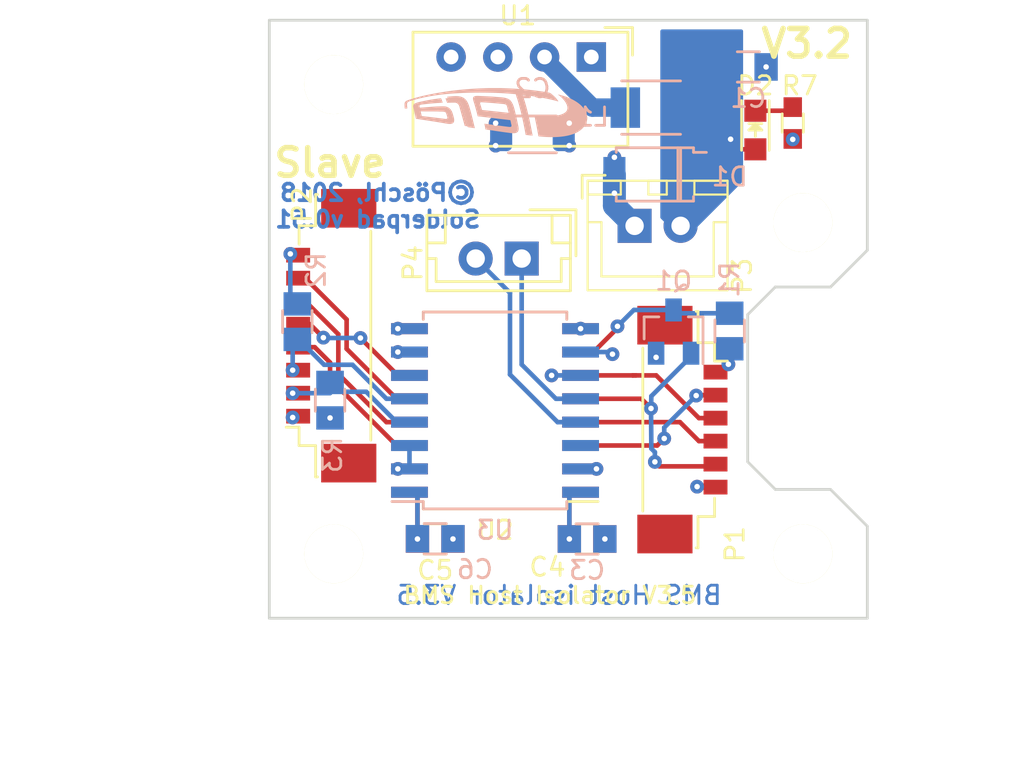
<source format=kicad_pcb>
(kicad_pcb (version 4) (host pcbnew no-vcs-found-product)

  (general
    (links 71)
    (no_connects 0)
    (area 85 92.8425 145.000001 137.245)
    (thickness 1.6)
    (drawings 22)
    (tracks 125)
    (zones 0)
    (modules 26)
    (nets 23)
  )

  (page A4)
  (title_block
    (title "BMS Host Interface (SPI + DI/DO) Isolator")
    (date 2017-01-06)
    (rev 3.2)
    (company "TERA TU Graz")
    (comment 1 "Rene Pöschl")
  )

  (layers
    (0 F.Cu signal)
    (1 In1.Cu power hide)
    (2 In2.Cu power)
    (31 B.Cu signal)
    (32 B.Adhes user)
    (33 F.Adhes user)
    (34 B.Paste user)
    (35 F.Paste user)
    (36 B.SilkS user)
    (37 F.SilkS user)
    (38 B.Mask user)
    (39 F.Mask user)
    (40 Dwgs.User user)
    (41 Cmts.User user)
    (42 Eco1.User user)
    (43 Eco2.User user)
    (44 Edge.Cuts user)
    (45 Margin user)
    (46 B.CrtYd user)
    (47 F.CrtYd user)
    (48 B.Fab user)
    (49 F.Fab user)
  )

  (setup
    (last_trace_width 0.25)
    (user_trace_width 0.25)
    (user_trace_width 0.5)
    (user_trace_width 0.75)
    (user_trace_width 1)
    (user_trace_width 1.25)
    (user_trace_width 1.5)
    (user_trace_width 1.75)
    (user_trace_width 2)
    (trace_clearance 0.2)
    (zone_clearance 0.25)
    (zone_45_only no)
    (trace_min 0.2)
    (segment_width 0.2)
    (edge_width 0.15)
    (via_size 0.75)
    (via_drill 0.3)
    (via_min_size 0.65)
    (via_min_drill 0.2)
    (user_via 0.65 0.2)
    (user_via 0.75 0.3)
    (user_via 0.85 0.4)
    (user_via 0.95 0.5)
    (uvia_size 0.3)
    (uvia_drill 0.1)
    (uvias_allowed no)
    (uvia_min_size 0.2)
    (uvia_min_drill 0.1)
    (pcb_text_width 0.3)
    (pcb_text_size 1.5 1.5)
    (mod_edge_width 0.15)
    (mod_text_size 1 1)
    (mod_text_width 0.15)
    (pad_size 1.524 1.524)
    (pad_drill 0.8)
    (pad_to_mask_clearance 0.075)
    (solder_mask_min_width 0.06)
    (aux_axis_origin 100 94.5)
    (grid_origin 100 94.5)
    (visible_elements FFFEFF7F)
    (pcbplotparams
      (layerselection 0x010f0_ffffffff)
      (usegerberextensions false)
      (excludeedgelayer true)
      (linewidth 0.100000)
      (plotframeref false)
      (viasonmask true)
      (mode 1)
      (useauxorigin true)
      (hpglpennumber 1)
      (hpglpenspeed 20)
      (hpglpendiameter 15)
      (psnegative false)
      (psa4output false)
      (plotreference true)
      (plotvalue true)
      (plotinvisibletext false)
      (padsonsilk false)
      (subtractmaskfromsilk false)
      (outputformat 1)
      (mirror false)
      (drillshape 0)
      (scaleselection 1)
      (outputdirectory gerber/))
  )

  (net 0 "")
  (net 1 GND)
  (net 2 "Net-(L1-Pad1)")
  (net 3 +5V_slave)
  (net 4 GND_slave)
  (net 5 +5V)
  (net 6 "Net-(Q1-Pad3)")
  (net 7 /~Fault_slave)
  (net 8 /~Alert_slave)
  (net 9 "Net-(D2-Pad1)")
  (net 10 +12V)
  (net 11 /NCS_Master)
  (net 12 /SCLK_Master)
  (net 13 /MOSI_Master)
  (net 14 /MISO_Master)
  (net 15 /MISO_slave)
  (net 16 /NCS_Slave)
  (net 17 /MOSI_Slave)
  (net 18 /SCLK_slave)
  (net 19 "Net-(U3-Pad6)")
  (net 20 /~Fault_master)
  (net 21 /~Alert_master)
  (net 22 "Net-(U3-Pad14)")

  (net_class Default "This is the default net class."
    (clearance 0.2)
    (trace_width 0.25)
    (via_dia 0.75)
    (via_drill 0.3)
    (uvia_dia 0.3)
    (uvia_drill 0.1)
    (add_net +12V)
    (add_net +5V)
    (add_net +5V_slave)
    (add_net /MISO_Master)
    (add_net /MISO_slave)
    (add_net /MOSI_Master)
    (add_net /MOSI_Slave)
    (add_net /NCS_Master)
    (add_net /NCS_Slave)
    (add_net /SCLK_Master)
    (add_net /SCLK_slave)
    (add_net /~Alert_master)
    (add_net /~Alert_slave)
    (add_net /~Fault_master)
    (add_net /~Fault_slave)
    (add_net GND)
    (add_net GND_slave)
    (add_net "Net-(D2-Pad1)")
    (add_net "Net-(L1-Pad1)")
    (add_net "Net-(Q1-Pad3)")
    (add_net "Net-(U3-Pad14)")
    (add_net "Net-(U3-Pad6)")
  )

  (module Mounting_Holes:MountingHole_3.2mm_M3 locked (layer F.Cu) (tedit 57F66FD1) (tstamp 57F6C8AB)
    (at 129 105.5)
    (descr "Mounting Hole 3.2mm, no annular, M3")
    (tags "mounting hole 3.2mm no annular m3")
    (fp_text reference REF** (at 0 -4.2) (layer F.SilkS) hide
      (effects (font (size 1 1) (thickness 0.15)))
    )
    (fp_text value MountingHole_3.2mm_M3 (at 0 4.2) (layer F.Fab) hide
      (effects (font (size 1 1) (thickness 0.15)))
    )
    (fp_circle (center 0 0) (end 3.2 0) (layer Cmts.User) (width 0.15))
    (fp_circle (center 0 0) (end 3.45 0) (layer F.CrtYd) (width 0.05))
    (pad 1 np_thru_hole circle (at 0 0) (size 3.2 3.2) (drill 3.2) (layers *.Cu *.Mask F.SilkS))
  )

  (module Mounting_Holes:MountingHole_3.2mm_M3 locked (layer F.Cu) (tedit 57F66FD1) (tstamp 57F6C89E)
    (at 129 123.5)
    (descr "Mounting Hole 3.2mm, no annular, M3")
    (tags "mounting hole 3.2mm no annular m3")
    (fp_text reference REF** (at 0 -4.2) (layer F.SilkS) hide
      (effects (font (size 1 1) (thickness 0.15)))
    )
    (fp_text value MountingHole_3.2mm_M3 (at 0 4.2) (layer F.Fab) hide
      (effects (font (size 1 1) (thickness 0.15)))
    )
    (fp_circle (center 0 0) (end 3.2 0) (layer Cmts.User) (width 0.15))
    (fp_circle (center 0 0) (end 3.45 0) (layer F.CrtYd) (width 0.05))
    (pad 1 np_thru_hole circle (at 0 0) (size 3.2 3.2) (drill 3.2) (layers *.Cu *.Mask F.SilkS))
  )

  (module Mounting_Holes:MountingHole_3.2mm_M3 locked (layer F.Cu) (tedit 57F66FD1) (tstamp 57F6C88C)
    (at 103.5 123.5)
    (descr "Mounting Hole 3.2mm, no annular, M3")
    (tags "mounting hole 3.2mm no annular m3")
    (fp_text reference REF** (at 0 -4.2) (layer F.SilkS) hide
      (effects (font (size 1 1) (thickness 0.15)))
    )
    (fp_text value MountingHole_3.2mm_M3 (at 0 4.2) (layer F.Fab) hide
      (effects (font (size 1 1) (thickness 0.15)))
    )
    (fp_circle (center 0 0) (end 3.2 0) (layer Cmts.User) (width 0.15))
    (fp_circle (center 0 0) (end 3.45 0) (layer F.CrtYd) (width 0.05))
    (pad 1 np_thru_hole circle (at 0 0) (size 3.2 3.2) (drill 3.2) (layers *.Cu *.Mask F.SilkS))
  )

  (module tera_rlc:R_0805in (layer B.Cu) (tedit 57D0100E) (tstamp 57F6B106)
    (at 125.019 111.391 90)
    (descr "Resistor SMD 0805")
    (tags "resistor 0805")
    (path /57F71746)
    (attr smd)
    (fp_text reference R1 (at 0 0 90) (layer B.Fab)
      (effects (font (size 0.6 0.6) (thickness 0.1)) (justify mirror))
    )
    (fp_text value 10k (at 2.794 1.143 90) (layer B.Fab)
      (effects (font (size 0.6 0.6) (thickness 0.1)) (justify mirror))
    )
    (fp_text user %R (at 2.794 0 90) (layer B.SilkS)
      (effects (font (size 1 1) (thickness 0.15)) (justify mirror))
    )
    (fp_line (start -1.075 -0.7) (end -1.075 0.7) (layer B.Fab) (width 0.05))
    (fp_line (start 1.075 -0.7) (end -1.075 -0.7) (layer B.Fab) (width 0.05))
    (fp_line (start 1.075 0.7) (end 1.075 -0.7) (layer B.Fab) (width 0.05))
    (fp_line (start -1.075 0.7) (end 1.075 0.7) (layer B.Fab) (width 0.05))
    (fp_line (start -2 1) (end 2 1) (layer B.CrtYd) (width 0.05))
    (fp_line (start -2 -1) (end 2 -1) (layer B.CrtYd) (width 0.05))
    (fp_line (start -2 1) (end -2 -1) (layer B.CrtYd) (width 0.05))
    (fp_line (start 2 1) (end 2 -1) (layer B.CrtYd) (width 0.05))
    (fp_line (start 0.6 -0.8) (end -0.6 -0.8) (layer B.SilkS) (width 0.15))
    (fp_line (start -0.6 0.8) (end 0.6 0.8) (layer B.SilkS) (width 0.15))
    (pad 1 smd rect (at -0.965 0 90) (size 1.27 1.5) (layers B.Cu B.Paste B.Mask)
      (net 5 +5V))
    (pad 2 smd rect (at 0.965 0 90) (size 1.27 1.5) (layers B.Cu B.Paste B.Mask)
      (net 6 "Net-(Q1-Pad3)"))
    (model tera_rlc.3dshapes/R_0805in.wrl
      (at (xyz 0 0 0))
      (scale (xyz 1 1 1))
      (rotate (xyz 0 0 0))
    )
  )

  (module tera_rlc:R_0805in (layer B.Cu) (tedit 57D0100E) (tstamp 57F6B137)
    (at 101.524 110.883 90)
    (descr "Resistor SMD 0805")
    (tags "resistor 0805")
    (path /57F7587F)
    (attr smd)
    (fp_text reference R2 (at 0 0 90) (layer B.Fab)
      (effects (font (size 0.6 0.6) (thickness 0.1)) (justify mirror))
    )
    (fp_text value 10k (at 0.508 1.397 90) (layer B.Fab)
      (effects (font (size 0.6 0.6) (thickness 0.1)) (justify mirror))
    )
    (fp_text user %R (at 2.794 1.016 90) (layer B.SilkS)
      (effects (font (size 1 1) (thickness 0.15)) (justify mirror))
    )
    (fp_line (start -1.075 -0.7) (end -1.075 0.7) (layer B.Fab) (width 0.05))
    (fp_line (start 1.075 -0.7) (end -1.075 -0.7) (layer B.Fab) (width 0.05))
    (fp_line (start 1.075 0.7) (end 1.075 -0.7) (layer B.Fab) (width 0.05))
    (fp_line (start -1.075 0.7) (end 1.075 0.7) (layer B.Fab) (width 0.05))
    (fp_line (start -2 1) (end 2 1) (layer B.CrtYd) (width 0.05))
    (fp_line (start -2 -1) (end 2 -1) (layer B.CrtYd) (width 0.05))
    (fp_line (start -2 1) (end -2 -1) (layer B.CrtYd) (width 0.05))
    (fp_line (start 2 1) (end 2 -1) (layer B.CrtYd) (width 0.05))
    (fp_line (start 0.6 -0.8) (end -0.6 -0.8) (layer B.SilkS) (width 0.15))
    (fp_line (start -0.6 0.8) (end 0.6 0.8) (layer B.SilkS) (width 0.15))
    (pad 1 smd rect (at -0.965 0 90) (size 1.27 1.5) (layers B.Cu B.Paste B.Mask)
      (net 7 /~Fault_slave))
    (pad 2 smd rect (at 0.965 0 90) (size 1.27 1.5) (layers B.Cu B.Paste B.Mask)
      (net 4 GND_slave))
    (model tera_rlc.3dshapes/R_0805in.wrl
      (at (xyz 0 0 0))
      (scale (xyz 1 1 1))
      (rotate (xyz 0 0 0))
    )
  )

  (module tera_rlc:R_0805in (layer B.Cu) (tedit 57D0100E) (tstamp 57F6B168)
    (at 103.302 115.15 270)
    (descr "Resistor SMD 0805")
    (tags "resistor 0805")
    (path /57F75B79)
    (attr smd)
    (fp_text reference R3 (at 0 0 270) (layer B.Fab)
      (effects (font (size 0.6 0.6) (thickness 0.1)) (justify mirror))
    )
    (fp_text value 10k (at 0 -1.4 270) (layer B.Fab)
      (effects (font (size 0.6 0.6) (thickness 0.1)) (justify mirror))
    )
    (fp_text user %R (at 2.972 -0.127 270) (layer B.SilkS)
      (effects (font (size 1 1) (thickness 0.15)) (justify mirror))
    )
    (fp_line (start -1.075 -0.7) (end -1.075 0.7) (layer B.Fab) (width 0.05))
    (fp_line (start 1.075 -0.7) (end -1.075 -0.7) (layer B.Fab) (width 0.05))
    (fp_line (start 1.075 0.7) (end 1.075 -0.7) (layer B.Fab) (width 0.05))
    (fp_line (start -1.075 0.7) (end 1.075 0.7) (layer B.Fab) (width 0.05))
    (fp_line (start -2 1) (end 2 1) (layer B.CrtYd) (width 0.05))
    (fp_line (start -2 -1) (end 2 -1) (layer B.CrtYd) (width 0.05))
    (fp_line (start -2 1) (end -2 -1) (layer B.CrtYd) (width 0.05))
    (fp_line (start 2 1) (end 2 -1) (layer B.CrtYd) (width 0.05))
    (fp_line (start 0.6 -0.8) (end -0.6 -0.8) (layer B.SilkS) (width 0.15))
    (fp_line (start -0.6 0.8) (end 0.6 0.8) (layer B.SilkS) (width 0.15))
    (pad 1 smd rect (at -0.965 0 270) (size 1.27 1.5) (layers B.Cu B.Paste B.Mask)
      (net 8 /~Alert_slave))
    (pad 2 smd rect (at 0.965 0 270) (size 1.27 1.5) (layers B.Cu B.Paste B.Mask)
      (net 4 GND_slave))
    (model tera_rlc.3dshapes/R_0805in.wrl
      (at (xyz 0 0 0))
      (scale (xyz 1 1 1))
      (rotate (xyz 0 0 0))
    )
  )

  (module tera_rlc:R_0603in (layer F.Cu) (tedit 57D01065) (tstamp 57F6B199)
    (at 128.448 100.088 90)
    (descr "Resistor SMD 0603")
    (tags "resistor 0603")
    (path /56EAC752)
    (attr smd)
    (fp_text reference R7 (at 0 0 90) (layer F.Fab)
      (effects (font (size 0.6 0.6) (thickness 0.1)))
    )
    (fp_text value 12k (at 0 1.524 90) (layer F.Fab)
      (effects (font (size 0.6 0.6) (thickness 0.1)))
    )
    (fp_text user %R (at 2.032 0.381 180) (layer F.SilkS)
      (effects (font (size 1 1) (thickness 0.15)))
    )
    (fp_line (start -0.85 0.475) (end -0.85 -0.475) (layer F.Fab) (width 0.05))
    (fp_line (start 0.85 0.475) (end -0.85 0.475) (layer F.Fab) (width 0.05))
    (fp_line (start 0.85 -0.475) (end 0.85 0.475) (layer F.Fab) (width 0.05))
    (fp_line (start -0.85 -0.475) (end 0.85 -0.475) (layer F.Fab) (width 0.05))
    (fp_line (start -1.5 -1) (end 1.5 -1) (layer F.CrtYd) (width 0.05))
    (fp_line (start -1.5 1) (end 1.5 1) (layer F.CrtYd) (width 0.05))
    (fp_line (start -1.5 -1) (end -1.5 1) (layer F.CrtYd) (width 0.05))
    (fp_line (start 1.5 -1) (end 1.5 1) (layer F.CrtYd) (width 0.05))
    (fp_line (start 0.5 0.575) (end -0.5 0.575) (layer F.SilkS) (width 0.15))
    (fp_line (start -0.5 -0.575) (end 0.5 -0.575) (layer F.SilkS) (width 0.15))
    (pad 1 smd rect (at -0.865 0 90) (size 1.07 1) (layers F.Cu F.Paste F.Mask)
      (net 1 GND))
    (pad 2 smd rect (at 0.865 0 90) (size 1.07 1) (layers F.Cu F.Paste F.Mask)
      (net 9 "Net-(D2-Pad1)"))
    (model tera_rlc.3dshapes/R_0603in.wrl
      (at (xyz 0 0 0))
      (scale (xyz 1 1 1))
      (rotate (xyz 0 0 0))
    )
  )

  (module tera_rlc:L_muarta_LQH32PN (layer B.Cu) (tedit 57CAF677) (tstamp 57F6B1CA)
    (at 120.75 99.25)
    (path /56DAF335)
    (fp_text reference L1 (at 0 0.835) (layer B.Fab)
      (effects (font (size 0.6 0.6) (thickness 0.1)) (justify mirror))
    )
    (fp_text value "4.7uH 1.2A" (at -4.699 -1.397) (layer B.Fab)
      (effects (font (size 0.6 0.6) (thickness 0.1)) (justify mirror))
    )
    (fp_text user %R (at -3.175 0.508) (layer B.SilkS)
      (effects (font (size 1 1) (thickness 0.15)) (justify mirror))
    )
    (fp_line (start -2.25 -1.75) (end -2.25 1.75) (layer B.CrtYd) (width 0.05))
    (fp_line (start 2.24 -1.75) (end -2.25 -1.75) (layer B.CrtYd) (width 0.05))
    (fp_line (start 2.25 1.75) (end 2.25 -1.75) (layer B.CrtYd) (width 0.05))
    (fp_line (start -2.25 1.75) (end 2.25 1.75) (layer B.CrtYd) (width 0.05))
    (fp_line (start -1.6 -1.35) (end -1.6 1.35) (layer B.Fab) (width 0.05))
    (fp_line (start 1.6 -1.35) (end -1.6 -1.35) (layer B.Fab) (width 0.05))
    (fp_line (start 1.6 1.35) (end 1.6 -1.35) (layer B.Fab) (width 0.05))
    (fp_line (start -1.6 1.35) (end 1.6 1.35) (layer B.Fab) (width 0.05))
    (fp_line (start 1.6 -1.45) (end -1.6 -1.45) (layer B.SilkS) (width 0.15))
    (fp_line (start -1.6 1.45) (end 1.6 1.45) (layer B.SilkS) (width 0.15))
    (pad 1 smd rect (at -1.4 0) (size 1.6 2.2) (layers B.Cu B.Paste B.Mask)
      (net 2 "Net-(L1-Pad1)"))
    (pad 2 smd rect (at 1.4 0) (size 1.6 2.2) (layers B.Cu B.Paste B.Mask)
      (net 10 +12V))
    (model ${KISYS3DMOD}/tera_rlc.3dshapes/L_muarta_LQH32PN.wrl
      (at (xyz 0 0 0))
      (scale (xyz 1 1 1))
      (rotate (xyz 0 0 0))
    )
  )

  (module tera_rlc:C_0805in (layer B.Cu) (tedit 57D00F80) (tstamp 57F6B259)
    (at 109.017 122.682 180)
    (descr "Capacitor SMD 0805")
    (tags "capacitor 0805")
    (path /57F729D7)
    (attr smd)
    (fp_text reference C6 (at 0 0 180) (layer B.Fab)
      (effects (font (size 0.6 0.6) (thickness 0.1)) (justify mirror))
    )
    (fp_text value 100n (at 0 -1.5 180) (layer B.Fab)
      (effects (font (size 0.6 0.6) (thickness 0.1)) (justify mirror))
    )
    (fp_text user %R (at -2.159 -1.663 180) (layer B.SilkS)
      (effects (font (size 1 1) (thickness 0.15)) (justify mirror))
    )
    (fp_line (start -1.1 -0.725) (end -1.1 0.725) (layer B.Fab) (width 0.05))
    (fp_line (start 1.1 -0.725) (end -1.1 -0.725) (layer B.Fab) (width 0.05))
    (fp_line (start 1.1 0.725) (end 1.1 -0.725) (layer B.Fab) (width 0.05))
    (fp_line (start -1.1 0.725) (end 1.1 0.725) (layer B.Fab) (width 0.05))
    (fp_line (start -2 1) (end 2 1) (layer B.CrtYd) (width 0.05))
    (fp_line (start -2 -1) (end 2 -1) (layer B.CrtYd) (width 0.05))
    (fp_line (start -2 1) (end -2 -1) (layer B.CrtYd) (width 0.05))
    (fp_line (start 2 1) (end 2 -1) (layer B.CrtYd) (width 0.05))
    (fp_line (start 0.6 -0.825) (end -0.6 -0.825) (layer B.SilkS) (width 0.15))
    (fp_line (start -0.6 0.825) (end 0.6 0.825) (layer B.SilkS) (width 0.15))
    (pad 1 smd rect (at -0.965 0 180) (size 1.27 1.5) (layers B.Cu B.Paste B.Mask)
      (net 4 GND_slave))
    (pad 2 smd rect (at 0.965 0 180) (size 1.27 1.5) (layers B.Cu B.Paste B.Mask)
      (net 3 +5V_slave))
    (model tera_rlc.3dshapes/C_0805in.wrl
      (at (xyz 0 0 0))
      (scale (xyz 1 1 1))
      (rotate (xyz 0 0 0))
    )
  )

  (module tera_rlc:C_0805in (layer B.Cu) (tedit 57D00F80) (tstamp 57F6B28A)
    (at 126.035 97.04)
    (descr "Capacitor SMD 0805")
    (tags "capacitor 0805")
    (path /56DAF1FE)
    (attr smd)
    (fp_text reference C1 (at 0 0) (layer B.Fab)
      (effects (font (size 0.6 0.6) (thickness 0.1)) (justify mirror))
    )
    (fp_text value "4.7uF 25V" (at 0.762 -1.5) (layer B.Fab)
      (effects (font (size 0.6 0.6) (thickness 0.1)) (justify mirror))
    )
    (fp_text user %R (at 0 1.7) (layer B.SilkS)
      (effects (font (size 1 1) (thickness 0.15)) (justify mirror))
    )
    (fp_line (start -1.1 -0.725) (end -1.1 0.725) (layer B.Fab) (width 0.05))
    (fp_line (start 1.1 -0.725) (end -1.1 -0.725) (layer B.Fab) (width 0.05))
    (fp_line (start 1.1 0.725) (end 1.1 -0.725) (layer B.Fab) (width 0.05))
    (fp_line (start -1.1 0.725) (end 1.1 0.725) (layer B.Fab) (width 0.05))
    (fp_line (start -2 1) (end 2 1) (layer B.CrtYd) (width 0.05))
    (fp_line (start -2 -1) (end 2 -1) (layer B.CrtYd) (width 0.05))
    (fp_line (start -2 1) (end -2 -1) (layer B.CrtYd) (width 0.05))
    (fp_line (start 2 1) (end 2 -1) (layer B.CrtYd) (width 0.05))
    (fp_line (start 0.6 -0.825) (end -0.6 -0.825) (layer B.SilkS) (width 0.15))
    (fp_line (start -0.6 0.825) (end 0.6 0.825) (layer B.SilkS) (width 0.15))
    (pad 1 smd rect (at -0.965 0) (size 1.27 1.5) (layers B.Cu B.Paste B.Mask)
      (net 10 +12V))
    (pad 2 smd rect (at 0.965 0) (size 1.27 1.5) (layers B.Cu B.Paste B.Mask)
      (net 1 GND))
    (model tera_rlc.3dshapes/C_0805in.wrl
      (at (xyz 0 0 0))
      (scale (xyz 1 1 1))
      (rotate (xyz 0 0 0))
    )
  )

  (module tera_rlc:C_0805in (layer F.Cu) (tedit 57D00F80) (tstamp 57F6B2BB)
    (at 109.017 122.694 180)
    (descr "Capacitor SMD 0805")
    (tags "capacitor 0805")
    (path /57F6FF25)
    (attr smd)
    (fp_text reference C5 (at 0 0 180) (layer F.Fab)
      (effects (font (size 0.6 0.6) (thickness 0.1)))
    )
    (fp_text value 100n (at -2.159 -1.27 180) (layer F.Fab)
      (effects (font (size 0.6 0.6) (thickness 0.1)))
    )
    (fp_text user %R (at 0 -1.7 180) (layer F.SilkS)
      (effects (font (size 1 1) (thickness 0.15)))
    )
    (fp_line (start -1.1 0.725) (end -1.1 -0.725) (layer F.Fab) (width 0.05))
    (fp_line (start 1.1 0.725) (end -1.1 0.725) (layer F.Fab) (width 0.05))
    (fp_line (start 1.1 -0.725) (end 1.1 0.725) (layer F.Fab) (width 0.05))
    (fp_line (start -1.1 -0.725) (end 1.1 -0.725) (layer F.Fab) (width 0.05))
    (fp_line (start -2 -1) (end 2 -1) (layer F.CrtYd) (width 0.05))
    (fp_line (start -2 1) (end 2 1) (layer F.CrtYd) (width 0.05))
    (fp_line (start -2 -1) (end -2 1) (layer F.CrtYd) (width 0.05))
    (fp_line (start 2 -1) (end 2 1) (layer F.CrtYd) (width 0.05))
    (fp_line (start 0.6 0.825) (end -0.6 0.825) (layer F.SilkS) (width 0.15))
    (fp_line (start -0.6 -0.825) (end 0.6 -0.825) (layer F.SilkS) (width 0.15))
    (pad 1 smd rect (at -0.965 0 180) (size 1.27 1.5) (layers F.Cu F.Paste F.Mask)
      (net 4 GND_slave))
    (pad 2 smd rect (at 0.965 0 180) (size 1.27 1.5) (layers F.Cu F.Paste F.Mask)
      (net 3 +5V_slave))
    (model tera_rlc.3dshapes/C_0805in.wrl
      (at (xyz 0 0 0))
      (scale (xyz 1 1 1))
      (rotate (xyz 0 0 0))
    )
  )

  (module tera_rlc:C_0805in (layer F.Cu) (tedit 57D00F80) (tstamp 57F6B2EC)
    (at 117.272 122.694)
    (descr "Capacitor SMD 0805")
    (tags "capacitor 0805")
    (path /57F6FB99)
    (attr smd)
    (fp_text reference C4 (at 0 0) (layer F.Fab)
      (effects (font (size 0.6 0.6) (thickness 0.1)))
    )
    (fp_text value 100n (at 0 1.5) (layer F.Fab)
      (effects (font (size 0.6 0.6) (thickness 0.1)))
    )
    (fp_text user %R (at -2.159 1.524) (layer F.SilkS)
      (effects (font (size 1 1) (thickness 0.15)))
    )
    (fp_line (start -1.1 0.725) (end -1.1 -0.725) (layer F.Fab) (width 0.05))
    (fp_line (start 1.1 0.725) (end -1.1 0.725) (layer F.Fab) (width 0.05))
    (fp_line (start 1.1 -0.725) (end 1.1 0.725) (layer F.Fab) (width 0.05))
    (fp_line (start -1.1 -0.725) (end 1.1 -0.725) (layer F.Fab) (width 0.05))
    (fp_line (start -2 -1) (end 2 -1) (layer F.CrtYd) (width 0.05))
    (fp_line (start -2 1) (end 2 1) (layer F.CrtYd) (width 0.05))
    (fp_line (start -2 -1) (end -2 1) (layer F.CrtYd) (width 0.05))
    (fp_line (start 2 -1) (end 2 1) (layer F.CrtYd) (width 0.05))
    (fp_line (start 0.6 0.825) (end -0.6 0.825) (layer F.SilkS) (width 0.15))
    (fp_line (start -0.6 -0.825) (end 0.6 -0.825) (layer F.SilkS) (width 0.15))
    (pad 1 smd rect (at -0.965 0) (size 1.27 1.5) (layers F.Cu F.Paste F.Mask)
      (net 5 +5V))
    (pad 2 smd rect (at 0.965 0) (size 1.27 1.5) (layers F.Cu F.Paste F.Mask)
      (net 1 GND))
    (model tera_rlc.3dshapes/C_0805in.wrl
      (at (xyz 0 0 0))
      (scale (xyz 1 1 1))
      (rotate (xyz 0 0 0))
    )
  )

  (module tera_rlc:C_0805in (layer B.Cu) (tedit 57D00F80) (tstamp 57F6B31D)
    (at 117.272 122.694)
    (descr "Capacitor SMD 0805")
    (tags "capacitor 0805")
    (path /57F729D1)
    (attr smd)
    (fp_text reference C3 (at 0 0) (layer B.Fab)
      (effects (font (size 0.6 0.6) (thickness 0.1)) (justify mirror))
    )
    (fp_text value 100n (at 2.159 1.778) (layer B.Fab)
      (effects (font (size 0.6 0.6) (thickness 0.1)) (justify mirror))
    )
    (fp_text user %R (at 0 1.7) (layer B.SilkS)
      (effects (font (size 1 1) (thickness 0.15)) (justify mirror))
    )
    (fp_line (start -1.1 -0.725) (end -1.1 0.725) (layer B.Fab) (width 0.05))
    (fp_line (start 1.1 -0.725) (end -1.1 -0.725) (layer B.Fab) (width 0.05))
    (fp_line (start 1.1 0.725) (end 1.1 -0.725) (layer B.Fab) (width 0.05))
    (fp_line (start -1.1 0.725) (end 1.1 0.725) (layer B.Fab) (width 0.05))
    (fp_line (start -2 1) (end 2 1) (layer B.CrtYd) (width 0.05))
    (fp_line (start -2 -1) (end 2 -1) (layer B.CrtYd) (width 0.05))
    (fp_line (start -2 1) (end -2 -1) (layer B.CrtYd) (width 0.05))
    (fp_line (start 2 1) (end 2 -1) (layer B.CrtYd) (width 0.05))
    (fp_line (start 0.6 -0.825) (end -0.6 -0.825) (layer B.SilkS) (width 0.15))
    (fp_line (start -0.6 0.825) (end 0.6 0.825) (layer B.SilkS) (width 0.15))
    (pad 1 smd rect (at -0.965 0) (size 1.27 1.5) (layers B.Cu B.Paste B.Mask)
      (net 5 +5V))
    (pad 2 smd rect (at 0.965 0) (size 1.27 1.5) (layers B.Cu B.Paste B.Mask)
      (net 1 GND))
    (model tera_rlc.3dshapes/C_0805in.wrl
      (at (xyz 0 0 0))
      (scale (xyz 1 1 1))
      (rotate (xyz 0 0 0))
    )
  )

  (module tera_diodes:LED_0805 (layer F.Cu) (tedit 57F74D17) (tstamp 57F6B343)
    (at 126.416 100.469 270)
    (descr "LED 0805 smd package")
    (tags "LED 0805 SMD")
    (path /56EAC832)
    (attr smd)
    (fp_text reference D2 (at 0.1 0 270) (layer F.Fab)
      (effects (font (size 0.5 0.5) (thickness 0.08)))
    )
    (fp_text value 12V_OK (at -3.683 0 270) (layer F.Fab)
      (effects (font (size 0.6 0.6) (thickness 0.1)))
    )
    (fp_text user %R (at -2.413 0) (layer F.SilkS)
      (effects (font (size 1 1) (thickness 0.15)))
    )
    (fp_line (start -0.4 -0.6) (end -0.4 -0.4) (layer F.Fab) (width 0.05))
    (fp_line (start -0.4 0.6) (end -0.4 0.4) (layer F.Fab) (width 0.05))
    (fp_line (start -1 0) (end -0.4 0.6) (layer F.Fab) (width 0.05))
    (fp_line (start -0.4 -0.6) (end -1 0) (layer F.Fab) (width 0.05))
    (fp_line (start 1 -0.6) (end -1 -0.6) (layer F.Fab) (width 0.05))
    (fp_line (start 1 0.6) (end 1 -0.6) (layer F.Fab) (width 0.05))
    (fp_line (start -1 0.6) (end 1 0.6) (layer F.Fab) (width 0.05))
    (fp_line (start -1 -0.6) (end -1 0.6) (layer F.Fab) (width 0.05))
    (fp_line (start -1.6 0.75) (end 1.1 0.75) (layer F.SilkS) (width 0.15))
    (fp_line (start -1.6 -0.75) (end 1.1 -0.75) (layer F.SilkS) (width 0.15))
    (fp_line (start -0.1 0.15) (end -0.1 -0.1) (layer F.SilkS) (width 0.15))
    (fp_line (start -0.1 -0.1) (end -0.25 0.05) (layer F.SilkS) (width 0.15))
    (fp_line (start -0.35 -0.35) (end -0.35 0.35) (layer F.SilkS) (width 0.15))
    (fp_line (start 0 0) (end 0.35 0) (layer F.SilkS) (width 0.15))
    (fp_line (start -0.35 0) (end 0 -0.35) (layer F.SilkS) (width 0.15))
    (fp_line (start 0 -0.35) (end 0 0.35) (layer F.SilkS) (width 0.15))
    (fp_line (start 0 0.35) (end -0.35 0) (layer F.SilkS) (width 0.15))
    (fp_line (start 1.9 -0.95) (end 1.9 0.95) (layer F.CrtYd) (width 0.05))
    (fp_line (start 1.9 0.95) (end -1.9 0.95) (layer F.CrtYd) (width 0.05))
    (fp_line (start -1.9 0.95) (end -1.9 -0.95) (layer F.CrtYd) (width 0.05))
    (fp_line (start -1.9 -0.95) (end 1.9 -0.95) (layer F.CrtYd) (width 0.05))
    (pad 2 smd rect (at 1.04902 0 90) (size 1.19888 1.19888) (layers F.Cu F.Paste F.Mask)
      (net 10 +12V))
    (pad 1 smd rect (at -1.04902 0 90) (size 1.19888 1.19888) (layers F.Cu F.Paste F.Mask)
      (net 9 "Net-(D2-Pad1)"))
    (model LEDs.3dshapes/LED_0805.wrl
      (at (xyz 0 0 0))
      (scale (xyz 1 1 1))
      (rotate (xyz 0 0 0))
    )
  )

  (module tera_atomic_infineon:BSS205N (layer B.Cu) (tedit 57D022C4) (tstamp 57F6B364)
    (at 121.971 111.423 180)
    (descr "SOT-23, Standard")
    (tags SOT-23)
    (path /57F7217F)
    (attr smd)
    (fp_text reference Q1 (at 0 0 180) (layer B.Fab)
      (effects (font (size 0.6 0.6) (thickness 0.1)) (justify mirror))
    )
    (fp_text value BSS205N (at 0 -2.5 180) (layer B.Fab)
      (effects (font (size 0.6 0.6) (thickness 0.1)) (justify mirror))
    )
    (fp_text user %R (at 0 2.75 180) (layer B.SilkS)
      (effects (font (size 1 1) (thickness 0.15)) (justify mirror))
    )
    (fp_line (start -1.5 0.7) (end -1.5 -1.75) (layer B.Fab) (width 0.05))
    (fp_line (start 1.5 -0.7) (end -1.5 -0.7) (layer B.Fab) (width 0.05))
    (fp_line (start 1.5 0.7) (end 1.5 -0.7) (layer B.Fab) (width 0.05))
    (fp_line (start -1.5 0.7) (end 1.5 0.7) (layer B.Fab) (width 0.05))
    (fp_line (start -2 2) (end 2 2) (layer B.CrtYd) (width 0.05))
    (fp_line (start 2 2) (end 2 -2) (layer B.CrtYd) (width 0.05))
    (fp_line (start 2 -2) (end -2 -2) (layer B.CrtYd) (width 0.05))
    (fp_line (start -2 -2) (end -2 2) (layer B.CrtYd) (width 0.05))
    (fp_line (start -1.6 -1.75) (end -1.6 0.8) (layer B.SilkS) (width 0.15))
    (fp_line (start -1.6 0.8) (end -0.8 0.8) (layer B.SilkS) (width 0.15))
    (fp_line (start 0.8 0.8) (end 1.6 0.8) (layer B.SilkS) (width 0.15))
    (fp_line (start 1.6 0.8) (end 1.6 -0.4) (layer B.SilkS) (width 0.15))
    (pad 1 smd rect (at -0.95 -1.175 180) (size 0.9 1.25) (layers B.Cu B.Paste B.Mask)
      (net 11 /NCS_Master))
    (pad 2 smd rect (at 0.95 -1.175 180) (size 0.9 1.25) (layers B.Cu B.Paste B.Mask)
      (net 1 GND))
    (pad 3 smd rect (at 0 1.175 180) (size 0.9 1.25) (layers B.Cu B.Paste B.Mask)
      (net 6 "Net-(Q1-Pad3)"))
    (model ${KISYS3DMOD}/tera_sot.3dshapes/SOT-23.wrl
      (at (xyz 0 0 0))
      (scale (xyz 1 1 1))
      (rotate (xyz 0 0 0))
    )
  )

  (module tera_Connectors_Molex:Molex_PicoBlade_53398-0871_08x1.25mm_Straight (layer F.Cu) (tedit 57F63975) (tstamp 57F6B3F2)
    (at 104.318 111.645 90)
    (descr "Molex PicoBlade, single row, top entry type, surface mount, PN:53398-0871")
    (tags "connector PicoBlade header Molex")
    (path /57F78783)
    (fp_text reference P2 (at 4.953 -0.127 180) (layer F.Fab)
      (effects (font (size 1 1) (thickness 0.15)))
    )
    (fp_text value Host_slave (at 0.127 -1.27 90) (layer F.Fab)
      (effects (font (size 1 1) (thickness 0.15)))
    )
    (fp_line (start -5.875 -2.6) (end 5.875 -2.6) (layer F.Fab) (width 0.05))
    (fp_line (start 5.875 -2.6) (end 5.875 1.1) (layer F.Fab) (width 0.05))
    (fp_line (start 5.875 1.1) (end -5.875 1.1) (layer F.Fab) (width 0.05))
    (fp_line (start -5.875 1.1) (end -5.875 -2.6) (layer F.Fab) (width 0.05))
    (fp_line (start 5.875 -1.7) (end 7.575 -1.7) (layer F.Fab) (width 0.05))
    (fp_line (start 7.575 -1.7) (end 7.575 1.1) (layer F.Fab) (width 0.05))
    (fp_line (start 7.575 1.1) (end 5.875 1.1) (layer F.Fab) (width 0.05))
    (fp_line (start -5.875 1.1) (end -7.575 1.1) (layer F.Fab) (width 0.05))
    (fp_line (start -7.575 1.1) (end -7.575 -1.7) (layer F.Fab) (width 0.05))
    (fp_line (start -7.575 -1.7) (end -5.875 -1.7) (layer F.Fab) (width 0.05))
    (fp_line (start -5 -2.6) (end -4.375 -1.6) (layer F.Fab) (width 0.05))
    (fp_line (start -4.375 -1.6) (end -3.75 -2.6) (layer F.Fab) (width 0.05))
    (fp_line (start -4.975 -3.4) (end -4.975 -2.7) (layer F.SilkS) (width 0.15))
    (fp_line (start -4.975 -2.7) (end -5.975 -2.7) (layer F.SilkS) (width 0.15))
    (fp_line (start -5.975 -2.7) (end -5.975 -1.8) (layer F.SilkS) (width 0.15))
    (fp_line (start -5.975 -1.8) (end -7.675 -1.8) (layer F.SilkS) (width 0.15))
    (fp_line (start -7.675 -1.8) (end -7.675 -1.7) (layer F.SilkS) (width 0.15))
    (fp_line (start 4.975 -2.7) (end 5.975 -2.7) (layer F.SilkS) (width 0.15))
    (fp_line (start 5.975 -2.7) (end 5.975 -1.8) (layer F.SilkS) (width 0.15))
    (fp_line (start 5.975 -1.8) (end 7.675 -1.8) (layer F.SilkS) (width 0.15))
    (fp_line (start 7.675 -1.8) (end 7.675 -1.7) (layer F.SilkS) (width 0.15))
    (fp_line (start -5.675 1.2) (end 5.675 1.2) (layer F.SilkS) (width 0.15))
    (fp_line (start -8.45 -3.9) (end -8.45 2) (layer F.CrtYd) (width 0.05))
    (fp_line (start -8.45 2) (end 8.45 2) (layer F.CrtYd) (width 0.05))
    (fp_line (start 8.45 2) (end 8.45 -3.9) (layer F.CrtYd) (width 0.05))
    (fp_line (start 8.45 -3.9) (end -8.45 -3.9) (layer F.CrtYd) (width 0.05))
    (fp_text user %R (at 7.112 -2.54 90) (layer F.SilkS)
      (effects (font (size 1 1) (thickness 0.15)))
    )
    (pad 1 smd rect (at -4.375 -2.75 90) (size 0.8 1.3) (layers F.Cu F.Paste F.Mask)
      (net 3 +5V_slave))
    (pad 2 smd rect (at -3.125 -2.75 90) (size 0.8 1.3) (layers F.Cu F.Paste F.Mask)
      (net 8 /~Alert_slave))
    (pad 3 smd rect (at -1.875 -2.75 90) (size 0.8 1.3) (layers F.Cu F.Paste F.Mask)
      (net 7 /~Fault_slave))
    (pad 4 smd rect (at -0.625 -2.75 90) (size 0.8 1.3) (layers F.Cu F.Paste F.Mask)
      (net 18 /SCLK_slave))
    (pad 5 smd rect (at 0.625 -2.75 90) (size 0.8 1.3) (layers F.Cu F.Paste F.Mask)
      (net 15 /MISO_slave))
    (pad 6 smd rect (at 1.875 -2.75 90) (size 0.8 1.3) (layers F.Cu F.Paste F.Mask)
      (net 17 /MOSI_Slave))
    (pad 7 smd rect (at 3.125 -2.75 90) (size 0.8 1.3) (layers F.Cu F.Paste F.Mask)
      (net 16 /NCS_Slave))
    (pad 8 smd rect (at 4.375 -2.75 90) (size 0.8 1.3) (layers F.Cu F.Paste F.Mask)
      (net 4 GND_slave))
    (pad "" smd rect (at -6.925 0 90) (size 2.1 3) (layers F.Cu F.Paste F.Mask))
    (pad "" smd rect (at 6.925 0 90) (size 2.1 3) (layers F.Cu F.Paste F.Mask))
    (model tera_Connectors_Molex.3dshapes/Molex_PicoBlade_53398-0871_08x1.25mm_Straight.wrl
      (at (xyz 0 0 0))
      (scale (xyz 1 1 1))
      (rotate (xyz 0 0 0))
    )
  )

  (module Mounting_Holes:MountingHole_3.2mm_M3 locked (layer F.Cu) (tedit 57F66FD1) (tstamp 57F6C87E)
    (at 103.5 98)
    (descr "Mounting Hole 3.2mm, no annular, M3")
    (tags "mounting hole 3.2mm no annular m3")
    (fp_text reference REF** (at 0 -4.2) (layer F.SilkS) hide
      (effects (font (size 1 1) (thickness 0.15)))
    )
    (fp_text value MountingHole_3.2mm_M3 (at 0 4.2) (layer F.Fab) hide
      (effects (font (size 1 1) (thickness 0.15)))
    )
    (fp_circle (center 0 0) (end 3.2 0) (layer Cmts.User) (width 0.15))
    (fp_circle (center 0 0) (end 3.45 0) (layer F.CrtYd) (width 0.05))
    (pad 1 np_thru_hole circle (at 0 0) (size 3.2 3.2) (drill 3.2) (layers *.Cu *.Mask F.SilkS))
  )

  (module tera_diodes:SOD128 (layer B.Cu) (tedit 57F74C9E) (tstamp 57F6D3C2)
    (at 120.955 102.882 180)
    (path /56DAE9A8)
    (fp_text reference D1 (at 0.254 0.762 180) (layer B.Fab)
      (effects (font (size 0.8 0.8) (thickness 0.13)) (justify mirror))
    )
    (fp_text value 14V (at 0.254 -0.762 180) (layer B.Fab)
      (effects (font (size 0.6 0.6) (thickness 0.1)) (justify mirror))
    )
    (fp_text user %R (at -4.064 -0.127 180) (layer B.SilkS)
      (effects (font (size 1 1) (thickness 0.15)) (justify mirror))
    )
    (fp_line (start -3 -1.75) (end -3 1.75) (layer B.CrtYd) (width 0.05))
    (fp_line (start 3 -1.75) (end -3 -1.75) (layer B.CrtYd) (width 0.05))
    (fp_line (start 3 1.75) (end 3 -1.75) (layer B.CrtYd) (width 0.05))
    (fp_line (start -3 1.75) (end 3 1.75) (layer B.CrtYd) (width 0.05))
    (fp_line (start -1.25 1.45) (end -1.25 -1.45) (layer B.SilkS) (width 0.15))
    (fp_line (start -2.1 1.2) (end -2.1 1.45) (layer B.SilkS) (width 0.15))
    (fp_line (start -2.1 -1.45) (end -2.1 -1.2) (layer B.SilkS) (width 0.15))
    (fp_line (start 2.1 -1.45) (end -2.1 -1.45) (layer B.SilkS) (width 0.15))
    (fp_line (start 2.1 -1.2) (end 2.1 -1.45) (layer B.SilkS) (width 0.15))
    (fp_line (start 2.1 1.45) (end 2.1 1.2) (layer B.SilkS) (width 0.15))
    (fp_line (start -2.1 1.45) (end 2.1 1.45) (layer B.SilkS) (width 0.15))
    (fp_line (start -1.35 1.35) (end -1.35 -1.35) (layer B.Fab) (width 0.05))
    (fp_line (start -2 -1.35) (end -2 1.35) (layer B.Fab) (width 0.05))
    (fp_line (start 2 -1.35) (end -2 -1.35) (layer B.Fab) (width 0.05))
    (fp_line (start 2 1.35) (end 2 -1.35) (layer B.Fab) (width 0.05))
    (fp_line (start -2 1.35) (end 2 1.35) (layer B.Fab) (width 0.05))
    (fp_line (start -2.8 1.2) (end -2.1 1.2) (layer B.SilkS) (width 0.15))
    (fp_line (start -1.4 1.45) (end -1.4 -1.45) (layer B.SilkS) (width 0.15))
    (pad 1 smd rect (at -2.2 0 180) (size 1.2 1.9) (layers B.Cu B.Paste B.Mask)
      (net 10 +12V))
    (pad 2 smd rect (at 2.2 0 180) (size 1.2 1.9) (layers B.Cu B.Paste B.Mask)
      (net 1 GND))
  )

  (module tera_atomic_ic:ISO7241 (layer B.Cu) (tedit 57DBF0FE) (tstamp 57F6B3BE)
    (at 112.268 115.709)
    (descr "14-Lead Plastic Thin Shrink Small Outline (ST)-4.4 mm Body [TSSOP] (see Microchip Packaging Specification 00000049BS.pdf)")
    (tags "SSOP 0.65")
    (path /57F729A7)
    (attr smd)
    (fp_text reference U3 (at 0 3.55) (layer B.Fab)
      (effects (font (size 1 1) (thickness 0.15)) (justify mirror))
    )
    (fp_text value ISO7241 (at 0 -3.55) (layer B.Fab)
      (effects (font (size 1 1) (thickness 0.15)) (justify mirror))
    )
    (fp_text user %R (at 0 6.5) (layer B.SilkS)
      (effects (font (size 1 1) (thickness 0.15)) (justify mirror))
    )
    (fp_line (start -3.9 4.95) (end -3.9 5.35) (layer B.SilkS) (width 0.15))
    (fp_line (start 3.9 5.35) (end 3.9 4.95) (layer B.SilkS) (width 0.15))
    (fp_line (start -3.9 5.35) (end 3.9 5.35) (layer B.SilkS) (width 0.15))
    (fp_line (start -3.8 -5.25) (end -3.8 5.25) (layer B.Fab) (width 0.05))
    (fp_line (start 3.8 -5.25) (end -3.8 -5.25) (layer B.Fab) (width 0.05))
    (fp_line (start 3.8 5.25) (end 3.8 -5.25) (layer B.Fab) (width 0.05))
    (fp_line (start -3.8 5.25) (end 3.8 5.25) (layer B.Fab) (width 0.05))
    (fp_circle (center -3 4.5) (end -3.25 4.5) (layer B.Fab) (width 0.15))
    (fp_line (start -6 6) (end -6 -6) (layer B.CrtYd) (width 0.05))
    (fp_line (start 6 6) (end 6 -6) (layer B.CrtYd) (width 0.05))
    (fp_line (start -6 6) (end 6 6) (layer B.CrtYd) (width 0.05))
    (fp_line (start -6 -6) (end 6 -6) (layer B.CrtYd) (width 0.05))
    (fp_line (start -3.9 4.95) (end -5.6 4.95) (layer B.SilkS) (width 0.15))
    (fp_line (start -3.9 -5.35) (end 3.9 -5.35) (layer B.SilkS) (width 0.15))
    (fp_line (start 3.9 -5.35) (end 3.9 -4.95) (layer B.SilkS) (width 0.15))
    (fp_line (start -3.9 -4.95) (end -3.9 -5.35) (layer B.SilkS) (width 0.15))
    (pad 1 smd rect (at -4.65 4.445) (size 2 0.6) (layers B.Cu B.Paste B.Mask)
      (net 3 +5V_slave))
    (pad 2 smd rect (at -4.65 3.175) (size 2 0.6) (layers B.Cu B.Paste B.Mask)
      (net 4 GND_slave))
    (pad 3 smd rect (at -4.65 1.905) (size 2 0.6) (layers B.Cu B.Paste B.Mask)
      (net 4 GND_slave))
    (pad 4 smd rect (at -4.65 0.635) (size 2 0.6) (layers B.Cu B.Paste B.Mask)
      (net 8 /~Alert_slave))
    (pad 5 smd rect (at -4.65 -0.635) (size 2 0.6) (layers B.Cu B.Paste B.Mask)
      (net 7 /~Fault_slave))
    (pad 6 smd rect (at -4.65 -1.905) (size 2 0.6) (layers B.Cu B.Paste B.Mask)
      (net 19 "Net-(U3-Pad6)"))
    (pad 7 smd rect (at -4.65 -3.175) (size 2 0.6) (layers B.Cu B.Paste B.Mask)
      (net 3 +5V_slave))
    (pad 8 smd rect (at -4.65 -4.445) (size 2 0.6) (layers B.Cu B.Paste B.Mask)
      (net 4 GND_slave))
    (pad 9 smd rect (at 4.65 -4.445) (size 2 0.6) (layers B.Cu B.Paste B.Mask)
      (net 1 GND))
    (pad 10 smd rect (at 4.65 -3.175) (size 2 0.6) (layers B.Cu B.Paste B.Mask)
      (net 5 +5V))
    (pad 11 smd rect (at 4.65 -1.905) (size 2 0.6) (layers B.Cu B.Paste B.Mask)
      (net 1 GND))
    (pad 12 smd rect (at 4.65 -0.635) (size 2 0.6) (layers B.Cu B.Paste B.Mask)
      (net 20 /~Fault_master))
    (pad 13 smd rect (at 4.65 0.635) (size 2 0.6) (layers B.Cu B.Paste B.Mask)
      (net 21 /~Alert_master))
    (pad 14 smd rect (at 4.65 1.905) (size 2 0.6) (layers B.Cu B.Paste B.Mask)
      (net 22 "Net-(U3-Pad14)"))
    (pad 15 smd rect (at 4.65 3.175) (size 2 0.6) (layers B.Cu B.Paste B.Mask)
      (net 1 GND))
    (pad 16 smd rect (at 4.65 4.445) (size 2 0.6) (layers B.Cu B.Paste B.Mask)
      (net 5 +5V))
    (model ${KISYS3DMOD}/tera_sop.3dshapes/R-PDSO-G16.wrl
      (at (xyz 0 0 0))
      (scale (xyz 1 1 1))
      (rotate (xyz 0 0 0))
    )
  )

  (module tera_atomic_ic:ISO7241 (layer F.Cu) (tedit 57DBF0FE) (tstamp 57F6B384)
    (at 112.268 115.709 180)
    (descr "14-Lead Plastic Thin Shrink Small Outline (ST)-4.4 mm Body [TSSOP] (see Microchip Packaging Specification 00000049BS.pdf)")
    (tags "SSOP 0.65")
    (path /57F6A764)
    (attr smd)
    (fp_text reference U2 (at 0 -3.55 180) (layer F.Fab)
      (effects (font (size 1 1) (thickness 0.15)))
    )
    (fp_text value ISO7241 (at 0 3.55 180) (layer F.Fab)
      (effects (font (size 1 1) (thickness 0.15)))
    )
    (fp_text user %R (at 0 -6.5 180) (layer F.SilkS)
      (effects (font (size 1 1) (thickness 0.15)))
    )
    (fp_line (start -3.9 -4.95) (end -3.9 -5.35) (layer F.SilkS) (width 0.15))
    (fp_line (start 3.9 -5.35) (end 3.9 -4.95) (layer F.SilkS) (width 0.15))
    (fp_line (start -3.9 -5.35) (end 3.9 -5.35) (layer F.SilkS) (width 0.15))
    (fp_line (start -3.8 5.25) (end -3.8 -5.25) (layer F.Fab) (width 0.05))
    (fp_line (start 3.8 5.25) (end -3.8 5.25) (layer F.Fab) (width 0.05))
    (fp_line (start 3.8 -5.25) (end 3.8 5.25) (layer F.Fab) (width 0.05))
    (fp_line (start -3.8 -5.25) (end 3.8 -5.25) (layer F.Fab) (width 0.05))
    (fp_circle (center -3 -4.5) (end -3.25 -4.5) (layer F.Fab) (width 0.15))
    (fp_line (start -6 -6) (end -6 6) (layer F.CrtYd) (width 0.05))
    (fp_line (start 6 -6) (end 6 6) (layer F.CrtYd) (width 0.05))
    (fp_line (start -6 -6) (end 6 -6) (layer F.CrtYd) (width 0.05))
    (fp_line (start -6 6) (end 6 6) (layer F.CrtYd) (width 0.05))
    (fp_line (start -3.9 -4.95) (end -5.6 -4.95) (layer F.SilkS) (width 0.15))
    (fp_line (start -3.9 5.35) (end 3.9 5.35) (layer F.SilkS) (width 0.15))
    (fp_line (start 3.9 5.35) (end 3.9 4.95) (layer F.SilkS) (width 0.15))
    (fp_line (start -3.9 4.95) (end -3.9 5.35) (layer F.SilkS) (width 0.15))
    (pad 1 smd rect (at -4.65 -4.445 180) (size 2 0.6) (layers F.Cu F.Paste F.Mask)
      (net 5 +5V))
    (pad 2 smd rect (at -4.65 -3.175 180) (size 2 0.6) (layers F.Cu F.Paste F.Mask)
      (net 1 GND))
    (pad 3 smd rect (at -4.65 -1.905 180) (size 2 0.6) (layers F.Cu F.Paste F.Mask)
      (net 12 /SCLK_Master))
    (pad 4 smd rect (at -4.65 -0.635 180) (size 2 0.6) (layers F.Cu F.Paste F.Mask)
      (net 13 /MOSI_Master))
    (pad 5 smd rect (at -4.65 0.635 180) (size 2 0.6) (layers F.Cu F.Paste F.Mask)
      (net 11 /NCS_Master))
    (pad 6 smd rect (at -4.65 1.905 180) (size 2 0.6) (layers F.Cu F.Paste F.Mask)
      (net 14 /MISO_Master))
    (pad 7 smd rect (at -4.65 3.175 180) (size 2 0.6) (layers F.Cu F.Paste F.Mask)
      (net 6 "Net-(Q1-Pad3)"))
    (pad 8 smd rect (at -4.65 4.445 180) (size 2 0.6) (layers F.Cu F.Paste F.Mask)
      (net 1 GND))
    (pad 9 smd rect (at 4.65 4.445 180) (size 2 0.6) (layers F.Cu F.Paste F.Mask)
      (net 4 GND_slave))
    (pad 10 smd rect (at 4.65 3.175 180) (size 2 0.6) (layers F.Cu F.Paste F.Mask)
      (net 3 +5V_slave))
    (pad 11 smd rect (at 4.65 1.905 180) (size 2 0.6) (layers F.Cu F.Paste F.Mask)
      (net 15 /MISO_slave))
    (pad 12 smd rect (at 4.65 0.635 180) (size 2 0.6) (layers F.Cu F.Paste F.Mask)
      (net 16 /NCS_Slave))
    (pad 13 smd rect (at 4.65 -0.635 180) (size 2 0.6) (layers F.Cu F.Paste F.Mask)
      (net 17 /MOSI_Slave))
    (pad 14 smd rect (at 4.65 -1.905 180) (size 2 0.6) (layers F.Cu F.Paste F.Mask)
      (net 18 /SCLK_slave))
    (pad 15 smd rect (at 4.65 -3.175 180) (size 2 0.6) (layers F.Cu F.Paste F.Mask)
      (net 4 GND_slave))
    (pad 16 smd rect (at 4.65 -4.445 180) (size 2 0.6) (layers F.Cu F.Paste F.Mask)
      (net 3 +5V_slave))
    (model ${KISYS3DMOD}/tera_sop.3dshapes/R-PDSO-G16.wrl
      (at (xyz 0 0 0))
      (scale (xyz 1 1 1))
      (rotate (xyz 0 0 0))
    )
  )

  (module tera_logos:TERA_TextOnly_SilkS_2.5x9.5mm locked (layer B.Cu) (tedit 586E7A9C) (tstamp 586F8B8A)
    (at 112 99.5 180)
    (descr "Imported from TERA_TextOnly_SilkS.svg")
    (tags svg2mod)
    (attr smd)
    (fp_text reference svg2mod (at 0 4.45995 180) (layer B.SilkS) hide
      (effects (font (thickness 0.3048)) (justify mirror))
    )
    (fp_text value G*** (at 0 -4.45995 180) (layer B.SilkS) hide
      (effects (font (thickness 0.3048)) (justify mirror))
    )
    (fp_poly (pts (xy 4.627814 0.545546) (xy 4.638286 0.52065) (xy 4.64539 0.492767) (xy 4.649629 0.462455)
      (xy 4.651504 0.430272) (xy 4.65152 0.396779) (xy 4.650179 0.362532) (xy 4.647984 0.328091)
      (xy 4.645436 0.294015) (xy 4.64304 0.260861) (xy 4.641298 0.229189) (xy 4.640712 0.199558)
      (xy 4.605535 0.199966) (xy 4.569231 0.199225) (xy 4.533939 0.199467) (xy 4.501796 0.202825)
      (xy 4.501899 0.232159) (xy 4.503684 0.263386) (xy 4.506485 0.295898) (xy 4.509636 0.329087)
      (xy 4.51247 0.362345) (xy 4.514323 0.395066) (xy 4.514529 0.426641) (xy 4.512421 0.456464)
      (xy 4.507333 0.483925) (xy 4.4986 0.508417) (xy 4.485556 0.529334) (xy 4.469045 0.545527)
      (xy 4.447394 0.560598) (xy 4.421536 0.574615) (xy 4.392404 0.587648) (xy 4.360932 0.599765)
      (xy 4.32805 0.611035) (xy 4.294694 0.621528) (xy 4.261794 0.631312) (xy 4.230285 0.640456)
      (xy 4.201098 0.64903) (xy 4.170352 0.65815) (xy 4.13945 0.667156) (xy 4.108393 0.676049)
      (xy 4.077185 0.684829) (xy 4.045826 0.693497) (xy 4.014319 0.702053) (xy 3.982666 0.710497)
      (xy 3.950868 0.71883) (xy 3.918928 0.727051) (xy 3.886847 0.735162) (xy 3.854627 0.743162)
      (xy 3.822271 0.751052) (xy 3.78978 0.758833) (xy 3.757156 0.766504) (xy 3.724402 0.774065)
      (xy 3.691518 0.781519) (xy 3.658507 0.788863) (xy 3.625371 0.7961) (xy 3.592112 0.803229)
      (xy 3.558732 0.81025) (xy 3.525232 0.817164) (xy 3.491615 0.823972) (xy 3.457882 0.830673)
      (xy 3.424036 0.837268) (xy 3.390078 0.843757) (xy 3.356011 0.850141) (xy 3.321836 0.856419)
      (xy 3.287555 0.862593) (xy 3.25317 0.868663) (xy 3.218683 0.874628) (xy 3.184096 0.88049)
      (xy 3.149411 0.886248) (xy 3.11463 0.891904) (xy 3.079754 0.897456) (xy 3.044786 0.902906)
      (xy 3.009728 0.908254) (xy 2.974581 0.913501) (xy 2.939348 0.918645) (xy 2.90403 0.923689)
      (xy 2.86863 0.928632) (xy 2.833148 0.933475) (xy 2.797588 0.938218) (xy 2.761951 0.94286)
      (xy 2.726239 0.947404) (xy 2.690454 0.951848) (xy 2.654598 0.956194) (xy 2.618673 0.960441)
      (xy 2.58268 0.964591) (xy 2.546623 0.968642) (xy 2.510501 0.972596) (xy 2.474319 0.976453)
      (xy 2.438076 0.980214) (xy 2.401777 0.983878) (xy 2.365421 0.987446) (xy 2.329012 0.990918)
      (xy 2.292551 0.994295) (xy 2.25604 0.997576) (xy 2.219481 1.000763) (xy 2.182877 1.003856)
      (xy 2.146228 1.006855) (xy 2.109537 1.00976) (xy 2.072805 1.012571) (xy 2.036036 1.01529)
      (xy 1.99923 1.017916) (xy 1.962389 1.020449) (xy 1.925516 1.022891) (xy 1.888613 1.02524)
      (xy 1.851681 1.027499) (xy 1.814722 1.029666) (xy 1.777738 1.031743) (xy 1.740732 1.033729)
      (xy 1.705363 1.035557) (xy 1.669943 1.037329) (xy 1.634472 1.039047) (xy 1.598952 1.04071)
      (xy 1.563387 1.042318) (xy 1.527776 1.043872) (xy 1.492124 1.04537) (xy 1.45643 1.046814)
      (xy 1.420698 1.048203) (xy 1.384929 1.049536) (xy 1.349126 1.050815) (xy 1.313289 1.052039)
      (xy 1.277421 1.053207) (xy 1.241525 1.054321) (xy 1.205601 1.055379) (xy 1.169652 1.056383)
      (xy 1.13368 1.057331) (xy 1.097686 1.058224) (xy 1.061673 1.059061) (xy 1.025643 1.059844)
      (xy 0.989597 1.060571) (xy 0.953538 1.061243) (xy 0.917467 1.061859) (xy 0.881386 1.062421)
      (xy 0.845297 1.062926) (xy 0.809203 1.063377) (xy 0.773105 1.063772) (xy 0.737004 1.064111)
      (xy 0.700904 1.064395) (xy 0.664805 1.064624) (xy 0.62871 1.064797) (xy 0.592621 1.064914)
      (xy 0.55654 1.064975) (xy 0.520468 1.064982) (xy 0.484408 1.064932) (xy 0.448361 1.064827)
      (xy 0.41233 1.064665) (xy 0.376316 1.064449) (xy 0.340321 1.064176) (xy 0.304347 1.063848)
      (xy 0.268397 1.063463) (xy 0.232471 1.063023) (xy 0.196573 1.062527) (xy 0.160703 1.061975)
      (xy 0.124865 1.061367) (xy 0.089059 1.060704) (xy 0.053287 1.059984) (xy 0.017553 1.059208)
      (xy -0.018143 1.058376) (xy -0.053799 1.057488) (xy -0.089412 1.056544) (xy -0.12498 1.055543)
      (xy -0.160503 1.054487) (xy -0.195977 1.053374) (xy -0.231401 1.052205) (xy -0.266773 1.05098)
      (xy -0.302091 1.049698) (xy -0.337353 1.04836) (xy -0.372557 1.046966) (xy -0.407701 1.045516)
      (xy -0.442783 1.044009) (xy -0.477802 1.042446) (xy -0.512755 1.040826) (xy -0.547641 1.039149)
      (xy -0.582457 1.037417) (xy -0.617201 1.035627) (xy -0.651873 1.033781) (xy -0.686469 1.031879)
      (xy -0.720987 1.02992) (xy -0.755427 1.027904) (xy -0.789786 1.025831) (xy -0.824061 1.023702)
      (xy -0.858252 1.021516) (xy -0.892356 1.019273) (xy -0.926371 1.016974) (xy -0.960295 1.014618)
      (xy -0.994126 1.012204) (xy -1.027863 1.009734) (xy -1.061504 1.007207) (xy -1.095046 1.004624)
      (xy -1.128487 1.001983) (xy -1.161826 0.999285) (xy -1.195061 0.99653) (xy -1.22819 0.993718)
      (xy -1.261211 0.990849) (xy -1.294121 0.987923) (xy -1.32692 0.98494) (xy -1.359605 0.981899)
      (xy -1.392174 0.978802) (xy -1.402911 0.947209) (xy -1.413555 0.915522) (xy -1.424107 0.883744)
      (xy -1.434567 0.851874) (xy -1.444937 0.819913) (xy -1.455217 0.787862) (xy -1.465408 0.755723)
      (xy -1.47551 0.723495) (xy -1.485526 0.69118) (xy -1.495454 0.658778) (xy -1.505297 0.626291)
      (xy -1.515055 0.593718) (xy -1.524729 0.561062) (xy -1.534319 0.528322) (xy -1.543827 0.4955)
      (xy -1.553253 0.462596) (xy -1.562598 0.429612) (xy -1.571864 0.396547) (xy -1.58105 0.363404)
      (xy -1.590158 0.330182) (xy -1.599188 0.296882) (xy -1.608141 0.263506) (xy -1.617018 0.230054)
      (xy -1.625821 0.196527) (xy -1.634549 0.162926) (xy -1.643203 0.129251) (xy -1.651785 0.095503)
      (xy -1.660295 0.061684) (xy -1.668734 0.027794) (xy -1.677103 -0.006166) (xy -1.685402 -0.040196)
      (xy -1.693632 -0.074294) (xy -1.701795 -0.108459) (xy -1.709891 -0.142692) (xy -1.717921 -0.17699)
      (xy -1.725886 -0.211354) (xy -1.733786 -0.245782) (xy -1.741622 -0.280274) (xy -1.749396 -0.314828)
      (xy -1.757107 -0.349445) (xy -1.764758 -0.384122) (xy -1.772347 -0.41886) (xy -1.779878 -0.453657)
      (xy -1.787349 -0.488513) (xy -1.794763 -0.523427) (xy -1.802119 -0.558397) (xy -1.80942 -0.593424)
      (xy -1.816664 -0.628506) (xy -1.823854 -0.663643) (xy -1.83099 -0.698833) (xy -1.838074 -0.734077)
      (xy -1.845104 -0.769372) (xy -1.852084 -0.804718) (xy -1.859013 -0.840115) (xy -1.865892 -0.875562)
      (xy -1.872722 -0.911058) (xy -1.879505 -0.946601) (xy -1.886239 -0.982191) (xy -1.892928 -1.017828)
      (xy -1.89957 -1.053511) (xy -1.906168 -1.089238) (xy -1.912722 -1.125009) (xy -1.919233 -1.160822)
      (xy -1.925701 -1.196679) (xy -1.932127 -1.232576) (xy -1.966062 -1.236682) (xy -2.000506 -1.240922)
      (xy -2.035321 -1.245233) (xy -2.070366 -1.24955) (xy -2.105503 -1.253812) (xy -2.140593 -1.257953)
      (xy -2.175495 -1.261911) (xy -2.210071 -1.265622) (xy -2.244181 -1.269022) (xy -2.277686 -1.272048)
      (xy -2.310447 -1.274637) (xy -2.304098 -1.238603) (xy -2.297703 -1.202616) (xy -2.291261 -1.166677)
      (xy -2.28477 -1.130785) (xy -2.278231 -1.094943) (xy -2.271642 -1.05915) (xy -2.265004 -1.023408)
      (xy -2.258315 -0.987716) (xy -2.251574 -0.952076) (xy -2.244781 -0.916489) (xy -2.237935 -0.880954)
      (xy -2.231036 -0.845474) (xy -2.224082 -0.810047) (xy -2.217074 -0.774676) (xy -2.21001 -0.73936)
      (xy -2.20289 -0.704101) (xy -2.195712 -0.6689) (xy -2.188477 -0.633756) (xy -2.181184 -0.59867)
      (xy -2.173831 -0.563644) (xy -2.166419 -0.528678) (xy -2.158946 -0.493773) (xy -2.151412 -0.458928)
      (xy -2.143815 -0.424146) (xy -2.136157 -0.389427) (xy -2.128435 -0.354771) (xy -2.120649 -0.320179)
      (xy -2.112799 -0.285652) (xy -2.104883 -0.25119) (xy -2.096901 -0.216795) (xy -2.088852 -0.182466)
      (xy -2.080736 -0.148205) (xy -2.072551 -0.114012) (xy -2.064298 -0.079888) (xy -2.055975 -0.045834)
      (xy -2.047582 -0.01185) (xy -2.039118 0.022062) (xy -2.030582 0.055903) (xy -2.021974 0.089672)
      (xy -2.013293 0.123368) (xy -2.004539 0.156989) (xy -1.995709 0.190537) (xy -1.986805 0.224009)
      (xy -1.977825 0.257405) (xy -1.968768 0.290725) (xy -1.959634 0.323967) (xy -1.950422 0.357132)
      (xy -1.941132 0.390218) (xy -1.931762 0.423224) (xy -1.922313 0.456151) (xy -1.912782 0.488996)
      (xy -1.90317 0.521761) (xy -1.893476 0.554443) (xy -1.8837 0.587043) (xy -1.87384 0.619559)
      (xy -1.863895 0.65199) (xy -1.853866 0.684337) (xy -1.843751 0.716599) (xy -1.83355 0.748774)
      (xy -1.823262 0.780862) (xy -1.812886 0.812863) (xy -1.802422 0.844775) (xy -1.791869 0.876598)
      (xy -1.781226 0.908331) (xy -1.770493 0.939975) (xy -1.806744 0.935838) (xy -1.842932 0.93164)
      (xy -1.879057 0.927378) (xy -1.915119 0.923053) (xy -1.951115 0.918663) (xy -1.987046 0.914208)
      (xy -2.022911 0.909686) (xy -2.058709 0.905098) (xy -2.094438 0.900441) (xy -2.130099 0.895716)
      (xy -2.16569 0.890922) (xy -2.201211 0.886057) (xy -2.23666 0.881121) (xy -2.272038 0.876113)
      (xy -2.307343 0.871033) (xy -2.342574 0.865878) (xy -2.37773 0.86065) (xy -2.412812 0.855346)
      (xy -2.447817 0.849966) (xy -2.482745 0.84451) (xy -2.517596 0.838976) (xy -2.552368 0.833363)
      (xy -2.587061 0.827671) (xy -2.621673 0.821899) (xy -2.656205 0.816046) (xy -2.690655 0.810111)
      (xy -2.725023 0.804094) (xy -2.759307 0.797993) (xy -2.793507 0.791808) (xy -2.827622 0.785539)
      (xy -2.861651 0.779183) (xy -2.895593 0.772741) (xy -2.929448 0.766211) (xy -2.963215 0.759593)
      (xy -2.996893 0.752886) (xy -3.030481 0.746089) (xy -3.063978 0.739201) (xy -3.097384 0.732222)
      (xy -3.130698 0.72515) (xy -3.163918 0.717986) (xy -3.197045 0.710727) (xy -3.230077 0.703373)
      (xy -3.263013 0.695924) (xy -3.295853 0.688379) (xy -3.328596 0.680736) (xy -3.361241 0.672995)
      (xy -3.393787 0.665155) (xy -3.426233 0.657215) (xy -3.45858 0.649175) (xy -3.490825 0.641034)
      (xy -3.522968 0.63279) (xy -3.555008 0.624444) (xy -3.586944 0.615994) (xy -3.618776 0.607439)
      (xy -3.650503 0.598778) (xy -3.682124 0.590012) (xy -3.713638 0.581138) (xy -3.697205 0.609547)
      (xy -3.679661 0.637459) (xy -3.661078 0.664869) (xy -3.641531 0.691773) (xy -3.621091 0.718166)
      (xy -3.599832 0.744043) (xy -3.577828 0.7694) (xy -3.555151 0.794232) (xy -3.531875 0.818534)
      (xy -3.508073 0.842302) (xy -3.483817 0.865531) (xy -3.459182 0.888216) (xy -3.434241 0.910352)
      (xy -3.409065 0.931936) (xy -3.38373 0.952962) (xy -3.357924 0.974959) (xy -3.330972 0.998341)
      (xy -3.303354 1.020747) (xy -3.275554 1.039817) (xy -3.248053 1.05319) (xy -3.220789 1.061056)
      (xy -3.190422 1.067167) (xy -3.158163 1.072254) (xy -3.125222 1.077048) (xy -3.092808 1.08228)
      (xy -3.060692 1.087959) (xy -3.028473 1.09356) (xy -2.996151 1.099083) (xy -2.96373 1.104528)
      (xy -2.931209 1.109895) (xy -2.898591 1.115185) (xy -2.865876 1.120399) (xy -2.833066 1.125535)
      (xy -2.800162 1.130596) (xy -2.767165 1.13558) (xy -2.734077 1.140489) (xy -2.700898 1.145323)
      (xy -2.667631 1.150082) (xy -2.634277 1.154767) (xy -2.600836 1.159377) (xy -2.567311 1.163914)
      (xy -2.533702 1.168377) (xy -2.50001 1.172767) (xy -2.466238 1.177084) (xy -2.432385 1.18133)
      (xy -2.398455 1.185502) (xy -2.364447 1.189604) (xy -2.330363 1.193634) (xy -2.296205 1.197593)
      (xy -2.261973 1.201481) (xy -2.22767 1.205299) (xy -2.193296 1.209047) (xy -2.158852 1.212725)
      (xy -2.12434 1.216334) (xy -2.089762 1.219875) (xy -2.055118 1.223346) (xy -2.02041 1.22675)
      (xy -1.985639 1.230085) (xy -1.950806 1.233353) (xy -1.915913 1.236554) (xy -1.88096 1.239688)
      (xy -1.84595 1.242755) (xy -1.810884 1.245756) (xy -1.775762 1.248692) (xy -1.740587 1.251562)
      (xy -1.705358 1.254367) (xy -1.670079 1.257107) (xy -1.63475 1.259783) (xy -1.599371 1.262394)
      (xy -1.563946 1.264942) (xy -1.528474 1.267427) (xy -1.492957 1.269848) (xy -1.457397 1.272207)
      (xy -1.421795 1.274503) (xy -1.386151 1.276738) (xy -1.350468 1.278911) (xy -1.314747 1.281022)
      (xy -1.278988 1.283073) (xy -1.243194 1.285063) (xy -1.207365 1.286992) (xy -1.171502 1.288862)
      (xy -1.135608 1.290672) (xy -1.099684 1.292423) (xy -1.06373 1.294115) (xy -1.027748 1.295749)
      (xy -0.991739 1.297324) (xy -0.955704 1.298842) (xy -0.919646 1.300302) (xy -0.883564 1.301705)
      (xy -0.847461 1.303051) (xy -0.811338 1.304341) (xy -0.775196 1.305574) (xy -0.739036 1.306752)
      (xy -0.702859 1.307875) (xy -0.666668 1.308942) (xy -0.630462 1.309955) (xy -0.594244 1.310913)
      (xy -0.558015 1.311817) (xy 0.046472 1.311817) (xy 0.08264 1.310958) (xy 0.118776 1.310046)
      (xy 0.154878 1.309082) (xy 0.190948 1.308066) (xy 0.226985 1.306997) (xy 0.262987 1.305874)
      (xy 0.298956 1.304699) (xy 0.33489 1.303469) (xy 0.370789 1.302185) (xy 0.406653 1.300848)
      (xy 0.442481 1.299455) (xy 0.478274 1.298008) (xy 0.51403 1.296505) (xy 0.54975 1.294947)
      (xy 0.585432 1.293333) (xy 0.621077 1.291663) (xy 0.656685 1.289936) (xy 0.692254 1.288153)
      (xy 0.727785 1.286313) (xy 0.763277 1.284416) (xy 0.79873 1.282461) (xy 0.834143 1.280448)
      (xy 0.869516 1.278377) (xy 0.904849 1.276248) (xy 0.940141 1.27406) (xy 0.975393 1.271813)
      (xy 1.010603 1.269507) (xy 1.045771 1.267141) (xy 1.080897 1.264715) (xy 1.11598 1.262229)
      (xy 1.151021 1.259682) (xy 1.186018 1.257075) (xy 1.220972 1.254407) (xy 1.255882 1.251677)
      (xy 1.290748 1.248885) (xy 1.325569 1.246032) (xy 1.360345 1.243116) (xy 1.395075 1.240138)
      (xy 1.42976 1.237097) (xy 1.464399 1.233993) (xy 1.498991 1.230826) (xy 1.533536 1.227595)
      (xy 1.568034 1.2243) (xy 1.602485 1.22094) (xy 1.636887 1.217516) (xy 1.671242 1.214027)
      (xy 1.705547 1.210473) (xy 1.739804 1.206853) (xy 1.774011 1.203168) (xy 1.808168 1.199417)
      (xy 1.842275 1.195599) (xy 1.876332 1.191714) (xy 1.910338 1.187763) (xy 1.944293 1.183745)
      (xy 1.978196 1.179659) (xy 2.012047 1.175505) (xy 2.045846 1.171283) (xy 2.079592 1.166992)
      (xy 2.113285 1.162633) (xy 2.146925 1.158205) (xy 2.18051 1.153708) (xy 2.214042 1.149141)
      (xy 2.247519 1.144504) (xy 2.280942 1.139797) (xy 2.314309 1.13502) (xy 2.347621 1.130172)
      (xy 2.380876 1.125253) (xy 2.414076 1.120262) (xy 2.447218 1.1152) (xy 2.480304 1.110066)
      (xy 2.513332 1.10486) (xy 2.548993 1.099173) (xy 2.584629 1.093436) (xy 2.620237 1.087648)
      (xy 2.655817 1.081809) (xy 2.691365 1.075915) (xy 2.72688 1.069967) (xy 2.76236 1.063962)
      (xy 2.797803 1.0579) (xy 2.833207 1.051778) (xy 2.86857 1.045596) (xy 2.903891 1.039352)
      (xy 2.939166 1.033044) (xy 2.974396 1.026672) (xy 3.009576 1.020234) (xy 3.044706 1.013728)
      (xy 3.079784 1.007153) (xy 3.114807 1.000508) (xy 3.149774 0.993791) (xy 3.184683 0.987001)
      (xy 3.219531 0.980136) (xy 3.254317 0.973196) (xy 3.289039 0.966178) (xy 3.323696 0.959082)
      (xy 3.358284 0.951905) (xy 3.392802 0.944648) (xy 3.427249 0.937307) (xy 3.461622 0.929882)
      (xy 3.495919 0.922371) (xy 3.530138 0.914773) (xy 3.564278 0.907087) (xy 3.598337 0.899311)
      (xy 3.632312 0.891444) (xy 3.666202 0.883484) (xy 3.700004 0.87543) (xy 3.733717 0.86728)
      (xy 3.767339 0.859034) (xy 3.800868 0.85069) (xy 3.834302 0.842246) (xy 3.867639 0.833701)
      (xy 3.900877 0.825054) (xy 3.934014 0.816303) (xy 3.967048 0.807446) (xy 3.999978 0.798483)
      (xy 4.032801 0.789413) (xy 4.065515 0.780232) (xy 4.098119 0.770942) (xy 4.13061 0.761539)
      (xy 4.162987 0.752022) (xy 4.195247 0.74239) (xy 4.22739 0.732643) (xy 4.259412 0.722777)
      (xy 4.291312 0.712792) (xy 4.323088 0.702687) (xy 4.354738 0.69246) (xy 4.386259 0.68211)
      (xy 4.417651 0.671635) (xy 4.448957 0.660928) (xy 4.480454 0.649388) (xy 4.511328 0.636711)
      (xy 4.540764 0.622589) (xy 4.567948 0.606718) (xy 4.592066 0.588792) (xy 4.612302 0.568505)
      (xy 4.627843 0.545552) (xy 4.627814 0.545546)) (layer B.SilkS) (width 0))
    (fp_poly (pts (xy 4.18159 0.338603) (xy 3.716034 -0.207728) (xy 3.723096 -0.175989) (xy 3.730211 -0.144302)
      (xy 3.737323 -0.112615) (xy 3.74438 -0.080875) (xy 3.751326 -0.049031) (xy 3.758109 -0.01703)
      (xy 3.764674 0.015181) (xy 3.770967 0.047654) (xy 3.737859 0.046553) (xy 3.704405 0.045615)
      (xy 3.670627 0.044827) (xy 3.636546 0.044177) (xy 3.602184 0.043651) (xy 3.567562 0.043236)
      (xy 3.532702 0.04292) (xy 3.497626 0.04269) (xy 3.462355 0.042532) (xy 3.426911 0.042434)
      (xy 3.391316 0.042382) (xy 3.35559 0.042365) (xy 3.319757 0.042368) (xy 3.283836 0.042379)
      (xy 3.247851 0.042385) (xy 3.211822 0.042373) (xy 3.175772 0.042329) (xy 3.139721 0.042242)
      (xy 3.103692 0.042098) (xy 3.067706 0.041885) (xy 3.031784 0.041588) (xy 2.995949 0.041196)
      (xy 2.960222 0.040695) (xy 2.924624 0.040072) (xy 2.889177 0.039315) (xy 2.853903 0.038411)
      (xy 2.818824 0.037346) (xy 2.78396 0.036107) (xy 2.749334 0.034682) (xy 2.714428 0.033641)
      (xy 2.679133 0.033229) (xy 2.643891 0.033027) (xy 2.609144 0.032617) (xy 2.575333 0.031581)
      (xy 2.542901 0.0295) (xy 2.512288 0.025955) (xy 2.483936 0.020528) (xy 2.458287 0.0128)
      (xy 2.435783 0.002354) (xy 2.416787 -0.01356) (xy 2.401148 -0.036193) (xy 2.388165 -0.063812)
      (xy 2.377138 -0.094689) (xy 2.367365 -0.127093) (xy 2.358146 -0.159292) (xy 2.349077 -0.186572)
      (xy 2.33793 -0.218562) (xy 2.327693 -0.252756) (xy 2.321353 -0.28665) (xy 2.321895 -0.317737)
      (xy 2.332307 -0.34351) (xy 2.349431 -0.356619) (xy 2.3743 -0.36329) (xy 2.404051 -0.365069)
      (xy 2.43582 -0.363499) (xy 2.466743 -0.360126) (xy 2.493956 -0.356495) (xy 2.529264 -0.351811)
      (xy 2.564538 -0.347171) (xy 2.599776 -0.342574) (xy 2.634982 -0.338019) (xy 2.670155 -0.333503)
      (xy 2.705298 -0.329025) (xy 2.74041 -0.324583) (xy 2.775494 -0.320175) (xy 2.81055 -0.315799)
      (xy 2.84558 -0.311455) (xy 2.880584 -0.307139) (xy 2.915564 -0.302851) (xy 2.950521 -0.298588)
      (xy 2.985456 -0.294348) (xy 3.02037 -0.290131) (xy 3.055265 -0.285935) (xy 3.090141 -0.281756)
      (xy 3.125 -0.277595) (xy 3.159842 -0.273448) (xy 3.194669 -0.269315) (xy 3.229483 -0.265193)
      (xy 3.264283 -0.261082) (xy 3.299072 -0.256978) (xy 3.33385 -0.25288) (xy 3.368618 -0.248788)
      (xy 3.403379 -0.244697) (xy 3.438132 -0.240608) (xy 3.472879 -0.236519) (xy 3.507621 -0.232427)
      (xy 3.542359 -0.22833) (xy 3.577095 -0.224228) (xy 3.611829 -0.220118) (xy 3.646563 -0.215999)
      (xy 3.681297 -0.211868) (xy 3.716034 -0.207725) (xy 3.716034 -0.207728) (xy 4.18159 0.338603)
      (xy 4.181663 0.309397) (xy 4.177615 0.280042) (xy 4.170735 0.25068) (xy 4.162315 0.221455)
      (xy 4.153646 0.192507) (xy 4.146018 0.16398) (xy 4.138606 0.132428) (xy 4.131216 0.100526)
      (xy 4.12386 0.06832) (xy 4.116547 0.035858) (xy 4.109289 0.003187) (xy 4.102096 -0.029646)
      (xy 4.094978 -0.062593) (xy 4.087946 -0.095608) (xy 4.081011 -0.128644) (xy 4.074184 -0.161652)
      (xy 4.067474 -0.194587) (xy 4.060893 -0.2274) (xy 4.05445 -0.260045) (xy 4.048158 -0.292474)
      (xy 4.042025 -0.324641) (xy 4.036063 -0.356498) (xy 4.001098 -0.361737) (xy 3.96618 -0.36697)
      (xy 3.931305 -0.372197) (xy 3.896472 -0.37742) (xy 3.861677 -0.382639) (xy 3.826918 -0.387856)
      (xy 3.792192 -0.393072) (xy 3.757497 -0.398288) (xy 3.72283 -0.403505) (xy 3.688189 -0.408724)
      (xy 3.653571 -0.413946) (xy 3.618974 -0.419172) (xy 3.584394 -0.424404) (xy 3.549829 -0.429642)
      (xy 3.515277 -0.434887) (xy 3.480735 -0.440142) (xy 3.4462 -0.445406) (xy 3.411671 -0.450681)
      (xy 3.377143 -0.455968) (xy 3.342615 -0.461268) (xy 3.308084 -0.466582) (xy 3.273547 -0.471911)
      (xy 3.239002 -0.477257) (xy 3.204447 -0.48262) (xy 3.169878 -0.488002) (xy 3.135293 -0.493403)
      (xy 3.100689 -0.498825) (xy 3.066064 -0.504269) (xy 3.031416 -0.509735) (xy 2.996741 -0.515226)
      (xy 2.962037 -0.520742) (xy 2.927301 -0.526284) (xy 2.892531 -0.531853) (xy 2.857725 -0.53745)
      (xy 2.822879 -0.543077) (xy 2.787991 -0.548735) (xy 2.753058 -0.554424) (xy 2.718079 -0.560146)
      (xy 2.683049 -0.565902) (xy 2.647967 -0.571692) (xy 2.61283 -0.577519) (xy 2.577636 -0.583383)
      (xy 2.542381 -0.589285) (xy 2.516033 -0.5939) (xy 2.48833 -0.599036) (xy 2.459478 -0.60451)
      (xy 2.429683 -0.610136) (xy 2.399153 -0.615729) (xy 2.368094 -0.621103) (xy 2.336712 -0.626074)
      (xy 2.305214 -0.630457) (xy 2.273806 -0.634067) (xy 2.242696 -0.636718) (xy 2.212089 -0.638226)
      (xy 2.182192 -0.638406) (xy 2.153212 -0.637071) (xy 2.125355 -0.634039) (xy 2.098828 -0.629122)
      (xy 2.073837 -0.622137) (xy 2.050589 -0.612899) (xy 2.029291 -0.601221) (xy 2.010148 -0.58692)
      (xy 1.993367 -0.56981) (xy 1.979156 -0.549706) (xy 1.96772 -0.526422) (xy 1.959267 -0.499775)
      (xy 1.954002 -0.469579) (xy 1.951915 -0.436324) (xy 1.952775 -0.402926) (xy 1.956119 -0.369585)
      (xy 1.961487 -0.336499) (xy 1.968417 -0.303867) (xy 1.976449 -0.271888) (xy 1.985122 -0.240763)
      (xy 1.993974 -0.210688) (xy 2.002545 -0.181865) (xy 2.012332 -0.147808) (xy 2.021702 -0.114687)
      (xy 2.031023 -0.082455) (xy 2.040663 -0.051064) (xy 2.050992 -0.02047) (xy 2.062379 0.009377)
      (xy 2.07519 0.038521) (xy 2.089796 0.06701) (xy 2.105941 0.094337) (xy 2.123432 0.120476)
      (xy 2.14227 0.145353) (xy 2.162456 0.168891) (xy 2.18399 0.191014) (xy 2.206873 0.211646)
      (xy 2.231106 0.23071) (xy 2.256689 0.248133) (xy 2.283623 0.263836) (xy 2.311909 0.277744)
      (xy 2.341547 0.289782) (xy 2.372538 0.299873) (xy 2.404884 0.307942) (xy 2.438583 0.313912)
      (xy 2.473638 0.317707) (xy 2.510049 0.319252) (xy 2.547244 0.319538) (xy 2.584201 0.319596)
      (xy 2.620928 0.319435) (xy 2.65743 0.319063) (xy 2.693716 0.318489) (xy 2.729792 0.317722)
      (xy 2.765666 0.316771) (xy 2.801344 0.315646) (xy 2.836834 0.314354) (xy 2.872143 0.312906)
      (xy 2.907279 0.311309) (xy 2.942247 0.309573) (xy 2.977056 0.307707) (xy 3.011712 0.30572)
      (xy 3.046223 0.30362) (xy 3.080596 0.301417) (xy 3.114837 0.29912) (xy 3.148955 0.296736)
      (xy 3.182956 0.294277) (xy 3.216847 0.291749) (xy 3.250635 0.289163) (xy 3.284328 0.286527)
      (xy 3.317933 0.28385) (xy 3.351456 0.281141) (xy 3.384906 0.278409) (xy 3.418288 0.275663)
      (xy 3.451611 0.272912) (xy 3.484881 0.270165) (xy 3.518106 0.267431) (xy 3.551292 0.264718)
      (xy 3.584447 0.262035) (xy 3.617578 0.259393) (xy 3.650692 0.256799) (xy 3.683796 0.254262)
      (xy 3.716897 0.251791) (xy 3.750003 0.249396) (xy 3.78312 0.247085) (xy 3.816256 0.244868)
      (xy 3.824797 0.27177) (xy 3.834499 0.302411) (xy 3.839949 0.334174) (xy 3.835735 0.364443)
      (xy 3.82479 0.378975) (xy 3.805142 0.391206) (xy 3.778595 0.40138) (xy 3.746954 0.409743)
      (xy 3.712021 0.416539) (xy 3.675602 0.422014) (xy 3.6395 0.426411) (xy 3.605518 0.429977)
      (xy 3.57546 0.432956) (xy 3.551131 0.435593) (xy 3.517332 0.439677) (xy 3.483318 0.443666)
      (xy 3.449104 0.447562) (xy 3.414705 0.451364) (xy 3.380139 0.455073) (xy 3.345419 0.458691)
      (xy 3.310563 0.462217) (xy 3.275585 0.465653) (xy 3.240501 0.468999) (xy 3.205328 0.472256)
      (xy 3.17008 0.475425) (xy 3.134773 0.478506) (xy 3.099424 0.481501) (xy 3.064047 0.484409)
      (xy 3.028659 0.487232) (xy 2.993275 0.489969) (xy 2.957911 0.492623) (xy 2.922582 0.495194)
      (xy 2.887305 0.497682) (xy 2.852094 0.500088) (xy 2.816966 0.502413) (xy 2.781936 0.504658)
      (xy 2.74702 0.506823) (xy 2.712234 0.508908) (xy 2.677593 0.510916) (xy 2.643114 0.512846)
      (xy 2.60881 0.514699) (xy 2.5747 0.516476) (xy 2.586046 0.546773) (xy 2.597515 0.578851)
      (xy 2.609101 0.611821) (xy 2.620797 0.644797) (xy 2.632598 0.67689) (xy 2.644499 0.707212)
      (xy 2.656493 0.734877) (xy 2.668576 0.758996) (xy 2.703689 0.75521) (xy 2.738819 0.751258)
      (xy 2.773961 0.747144) (xy 2.809109 0.742871) (xy 2.844258 0.738442) (xy 2.879403 0.733859)
      (xy 2.914536 0.729128) (xy 2.949654 0.724249) (xy 2.98475 0.719228) (xy 3.019819 0.714066)
      (xy 3.054855 0.708767) (xy 3.089853 0.703335) (xy 3.124806 0.697772) (xy 3.15971 0.692082)
      (xy 3.194558 0.686267) (xy 3.229346 0.680332) (xy 3.264067 0.674279) (xy 3.298716 0.668111)
      (xy 3.333288 0.661832) (xy 3.367776 0.655444) (xy 3.402176 0.648951) (xy 3.436481 0.642357)
      (xy 3.470686 0.635664) (xy 3.504785 0.628875) (xy 3.538774 0.621994) (xy 3.572645 0.615023)
      (xy 3.606394 0.607967) (xy 3.640015 0.600828) (xy 3.673502 0.593609) (xy 3.70685 0.586314)
      (xy 3.740054 0.578946) (xy 3.773107 0.571508) (xy 3.806004 0.564002) (xy 3.838739 0.556433)
      (xy 3.871307 0.548804) (xy 3.901121 0.541658) (xy 3.932012 0.533789) (xy 3.963416 0.524984)
      (xy 3.994769 0.515031) (xy 4.025507 0.503715) (xy 4.055065 0.490824) (xy 4.082881 0.476145)
      (xy 4.108389 0.459466) (xy 4.131027 0.440573) (xy 4.15023 0.419253) (xy 4.165434 0.395293)
      (xy 4.176075 0.368481) (xy 4.18159 0.338603)) (layer B.SilkS) (width 0))
    (fp_poly (pts (xy 0.922637 0.797683) (xy 0.495892 0.319258) (xy 0.502917 0.340082) (xy 0.513288 0.368437)
      (xy 0.524701 0.401458) (xy 0.534853 0.436283) (xy 0.541442 0.47005) (xy 0.542164 0.499895)
      (xy 0.534717 0.522955) (xy 0.513331 0.537284) (xy 0.480587 0.540792) (xy 0.440958 0.539057)
      (xy 0.407509 0.537101) (xy 0.373822 0.535079) (xy 0.339913 0.532993) (xy 0.305798 0.530843)
      (xy 0.271492 0.528629) (xy 0.237011 0.526353) (xy 0.202372 0.524015) (xy 0.16759 0.521616)
      (xy 0.132681 0.519157) (xy 0.097661 0.516637) (xy 0.062545 0.514059) (xy 0.02735 0.511422)
      (xy -0.007909 0.508727) (xy -0.043216 0.505975) (xy -0.078555 0.503167) (xy -0.11391 0.500303)
      (xy -0.149266 0.497384) (xy -0.184605 0.494411) (xy -0.219914 0.491384) (xy -0.255175 0.488304)
      (xy -0.290374 0.485171) (xy -0.325493 0.481987) (xy -0.360518 0.478753) (xy -0.395432 0.475468)
      (xy -0.43022 0.472133) (xy -0.464866 0.46875) (xy -0.499353 0.465318) (xy -0.533667 0.461839)
      (xy -0.567791 0.458314) (xy -0.598071 0.45556) (xy -0.63116 0.453062) (xy -0.66604 0.450467)
      (xy -0.701696 0.447423) (xy -0.737109 0.443578) (xy -0.771265 0.438579) (xy -0.803145 0.432075)
      (xy -0.831733 0.423713) (xy -0.856013 0.413141) (xy -0.874967 0.400006) (xy -0.893066 0.378309)
      (xy -0.907424 0.35115) (xy -0.91879 0.320236) (xy -0.927917 0.287276) (xy -0.935555 0.253976)
      (xy -0.942454 0.222042) (xy -0.949364 0.193183) (xy -0.958314 0.160112) (xy -0.967156 0.128152)
      (xy -0.975826 0.096782) (xy -0.984263 0.065482) (xy -0.992402 0.033728) (xy -1.000181 0.001)
      (xy -1.007537 -0.033225) (xy -0.973087 -0.029489) (xy -0.93864 -0.025751) (xy -0.904194 -0.022011)
      (xy -0.869749 -0.01827) (xy -0.835305 -0.014528) (xy -0.800862 -0.010785) (xy -0.76642 -0.007042)
      (xy -0.731978 -0.003298) (xy -0.697536 0.000445) (xy -0.663093 0.004188) (xy -0.62865 0.00793)
      (xy -0.594206 0.011671) (xy -0.55976 0.015411) (xy -0.525313 0.019149) (xy -0.490865 0.022886)
      (xy -0.456414 0.02662) (xy -0.421961 0.030353) (xy -0.387505 0.034082) (xy -0.353046 0.037808)
      (xy -0.318585 0.041531) (xy -0.284119 0.045251) (xy -0.24965 0.048967) (xy -0.215177 0.052678)
      (xy -0.1807 0.056385) (xy -0.146218 0.060088) (xy -0.111731 0.063785) (xy -0.077239 0.067478)
      (xy -0.042741 0.071164) (xy -0.008238 0.074845) (xy 0.026272 0.07852) (xy 0.060787 0.082188)
      (xy 0.09531 0.08585) (xy 0.129839 0.089504) (xy 0.164375 0.093152) (xy 0.198919 0.096791)
      (xy 0.233471 0.100423) (xy 0.26803 0.104047) (xy 0.302598 0.107662) (xy 0.337175 0.111269)
      (xy 0.37176 0.114867) (xy 0.406354 0.118455) (xy 0.440958 0.122034) (xy 0.451121 0.155045)
      (xy 0.460122 0.186601) (xy 0.468529 0.217753) (xy 0.476914 0.249547) (xy 0.485845 0.283032)
      (xy 0.495892 0.319258) (xy 0.922637 0.797683) (xy 0.929942 0.766896) (xy 0.93137 0.734311)
      (xy 0.928065 0.700548) (xy 0.921171 0.66623) (xy 0.911831 0.631977) (xy 0.901189 0.59841)
      (xy 0.890388 0.566152) (xy 0.880572 0.535823) (xy 0.871093 0.504613) (xy 0.861545 0.472799)
      (xy 0.851946 0.440444) (xy 0.842311 0.407614) (xy 0.832656 0.374372) (xy 0.822997 0.340784)
      (xy 0.81335 0.306913) (xy 0.803732 0.272825) (xy 0.794158 0.238584) (xy 0.784644 0.204255)
      (xy 0.775207 0.169901) (xy 0.765862 0.135589) (xy 0.756626 0.101381) (xy 0.747514 0.067344)
      (xy 0.738542 0.033541) (xy 0.729727 0.000036) (xy 0.721085 -0.033105) (xy 0.712631 -0.065817)
      (xy 0.704381 -0.098037) (xy 0.696353 -0.1297) (xy 0.688561 -0.160742) (xy 0.681022 -0.191096)
      (xy 0.673751 -0.2207) (xy 0.638904 -0.224715) (xy 0.604069 -0.228742) (xy 0.569246 -0.232781)
      (xy 0.534434 -0.23683) (xy 0.499632 -0.24089) (xy 0.46484 -0.24496) (xy 0.430058 -0.249039)
      (xy 0.395284 -0.253127) (xy 0.36052 -0.257224) (xy 0.325763 -0.26133) (xy 0.291014 -0.265443)
      (xy 0.256273 -0.269563) (xy 0.221538 -0.27369) (xy 0.18681 -0.277823) (xy 0.152087 -0.281962)
      (xy 0.11737 -0.286106) (xy 0.082657 -0.290255) (xy 0.047949 -0.294409) (xy 0.013245 -0.298566)
      (xy -0.021456 -0.302727) (xy -0.056153 -0.306891) (xy -0.090849 -0.311058) (xy -0.125542 -0.315227)
      (xy -0.160233 -0.319397) (xy -0.194923 -0.323568) (xy -0.229613 -0.32774) (xy -0.264303 -0.331912)
      (xy -0.298992 -0.336084) (xy -0.333683 -0.340255) (xy -0.368375 -0.344425) (xy -0.403068 -0.348594)
      (xy -0.437764 -0.35276) (xy -0.472462 -0.356924) (xy -0.507163 -0.361084) (xy -0.541868 -0.365241)
      (xy -0.576577 -0.369394) (xy -0.61129 -0.373542) (xy -0.646009 -0.377686) (xy -0.680733 -0.381824)
      (xy -0.715462 -0.385956) (xy -0.750198 -0.390082) (xy -0.784941 -0.394201) (xy -0.819692 -0.398312)
      (xy -0.85445 -0.402416) (xy -0.889216 -0.406512) (xy -0.923991 -0.410599) (xy -0.958775 -0.414677)
      (xy -0.993569 -0.418745) (xy -1.028373 -0.422803) (xy -1.063187 -0.42685) (xy -1.098013 -0.430887)
      (xy -1.107835 -0.462178) (xy -1.115736 -0.494582) (xy -1.122608 -0.528464) (xy -1.129345 -0.564193)
      (xy -1.136839 -0.602137) (xy -1.143167 -0.628143) (xy -1.151099 -0.658446) (xy -1.158344 -0.690754)
      (xy -1.162611 -0.722769) (xy -1.161609 -0.752199) (xy -1.153049 -0.776746) (xy -1.135864 -0.791322)
      (xy -1.109477 -0.79894) (xy -1.077215 -0.801258) (xy -1.042403 -0.799932) (xy -1.008365 -0.796623)
      (xy -0.978429 -0.792987) (xy -0.944014 -0.788783) (xy -0.90947 -0.78451) (xy -0.874806 -0.780174)
      (xy -0.840029 -0.775778) (xy -0.80515 -0.771327) (xy -0.770177 -0.766825) (xy -0.73512 -0.762275)
      (xy -0.699987 -0.757683) (xy -0.664786 -0.753052) (xy -0.629528 -0.748387) (xy -0.594221 -0.743692)
      (xy -0.558875 -0.73897) (xy -0.523497 -0.734228) (xy -0.488097 -0.729467) (xy -0.452684 -0.724694)
      (xy -0.417267 -0.719911) (xy -0.381855 -0.715124) (xy -0.346457 -0.710335) (xy -0.311081 -0.705551)
      (xy -0.275738 -0.700774) (xy -0.240435 -0.69601) (xy -0.205182 -0.691262) (xy -0.169987 -0.686534)
      (xy -0.13486 -0.681831) (xy -0.09981 -0.677157) (xy -0.064845 -0.672515) (xy -0.029975 -0.667912)
      (xy 0.004791 -0.66335) (xy 0.039446 -0.658833) (xy 0.073978 -0.654367) (xy 0.108381 -0.649955)
      (xy 0.142644 -0.645601) (xy 0.176758 -0.64131) (xy 0.210715 -0.637086) (xy 0.244507 -0.632933)
      (xy 0.278122 -0.628855) (xy 0.311554 -0.624857) (xy 0.305427 -0.656518) (xy 0.299126 -0.688019)
      (xy 0.292689 -0.719396) (xy 0.286151 -0.750681) (xy 0.279551 -0.781909) (xy 0.272924 -0.813114)
      (xy 0.266308 -0.844331) (xy 0.259739 -0.875593) (xy 0.253253 -0.906936) (xy 0.246888 -0.938392)
      (xy 0.213874 -0.942898) (xy 0.180714 -0.947489) (xy 0.147416 -0.95216) (xy 0.113985 -0.956906)
      (xy 0.080428 -0.961721) (xy 0.046751 -0.9666) (xy 0.012959 -0.971537) (xy -0.020941 -0.976527)
      (xy -0.054942 -0.981563) (xy -0.08904 -0.986641) (xy -0.123227 -0.991754) (xy -0.157497 -0.996898)
      (xy -0.191845 -1.002067) (xy -0.226264 -1.007255) (xy -0.260748 -1.012457) (xy -0.295291 -1.017666)
      (xy -0.329887 -1.022879) (xy -0.364529 -1.028088) (xy -0.399212 -1.033289) (xy -0.433929 -1.038476)
      (xy -0.468675 -1.043643) (xy -0.503442 -1.048786) (xy -0.538225 -1.053897) (xy -0.573019 -1.058973)
      (xy -0.607816 -1.064006) (xy -0.64261 -1.068992) (xy -0.677396 -1.073926) (xy -0.712167 -1.078801)
      (xy -0.746917 -1.083612) (xy -0.78164 -1.088353) (xy -0.81633 -1.09302) (xy -0.85098 -1.097606)
      (xy -0.885585 -1.102105) (xy -0.920139 -1.106514) (xy -0.949349 -1.110368) (xy -0.979357 -1.114543)
      (xy -1.010014 -1.118894) (xy -1.041169 -1.123276) (xy -1.072675 -1.127545) (xy -1.104381 -1.131557)
      (xy -1.136138 -1.135166) (xy -1.167797 -1.138229) (xy -1.19921 -1.140601) (xy -1.230225 -1.142137)
      (xy -1.260695 -1.142693) (xy -1.290469 -1.142124) (xy -1.319399 -1.140286) (xy -1.347335 -1.137034)
      (xy -1.374129 -1.132224) (xy -1.39963 -1.125711) (xy -1.423689 -1.117352) (xy -1.446157 -1.107)
      (xy -1.466885 -1.094512) (xy -1.485724 -1.079743) (xy -1.502524 -1.062549) (xy -1.517135 -1.042786)
      (xy -1.52941 -1.020308) (xy -1.539197 -0.994971) (xy -1.546349 -0.966631) (xy -1.550715 -0.935143)
      (xy -1.55214 -0.902078) (xy -1.550982 -0.869192) (xy -1.547765 -0.836616) (xy -1.543011 -0.804486)
      (xy -1.537244 -0.772934) (xy -1.530985 -0.742094) (xy -1.524758 -0.7121) (xy -1.517635 -0.677407)
      (xy -1.510492 -0.642998) (xy -1.503324 -0.608834) (xy -1.496126 -0.574881) (xy -1.488891 -0.5411)
      (xy -1.481614 -0.507457) (xy -1.47429 -0.473914) (xy -1.466912 -0.440435) (xy -1.459475 -0.406983)
      (xy -1.451974 -0.373522) (xy -1.444402 -0.340016) (xy -1.436754 -0.306427) (xy -1.429024 -0.27272)
      (xy -1.421207 -0.238858) (xy -1.413296 -0.204805) (xy -1.405287 -0.170523) (xy -1.397173 -0.135978)
      (xy -1.388949 -0.101131) (xy -1.380987 -0.067247) (xy -1.372995 -0.033045) (xy -1.364928 0.001397)
      (xy -1.35674 0.036004) (xy -1.348386 0.070699) (xy -1.339819 0.105406) (xy -1.330994 0.140048)
      (xy -1.321865 0.174548) (xy -1.312388 0.208832) (xy -1.302515 0.242821) (xy -1.292203 0.27644)
      (xy -1.281404 0.309613) (xy -1.270073 0.342263) (xy -1.258165 0.374313) (xy -1.245634 0.405687)
      (xy -1.232434 0.43631) (xy -1.218519 0.466103) (xy -1.203845 0.494992) (xy -1.188365 0.5229)
      (xy -1.172034 0.549749) (xy -1.154806 0.575465) (xy -1.136636 0.59997) (xy -1.117477 0.623188)
      (xy -1.097448 0.644399) (xy -1.07596 0.663931) (xy -1.053078 0.681863) (xy -1.028868 0.698276)
      (xy -1.003399 0.713249) (xy -0.976736 0.726862) (xy -0.948945 0.739195) (xy -0.920093 0.750328)
      (xy -0.890247 0.76034) (xy -0.859473 0.769312) (xy -0.827838 0.777322) (xy -0.795408 0.784451)
      (xy -0.76225 0.790779) (xy -0.72843 0.796386) (xy -0.694015 0.80135) (xy -0.659071 0.805753)
      (xy -0.623665 0.809673) (xy -0.587863 0.813191) (xy -0.551732 0.816386) (xy -0.515338 0.819339)
      (xy -0.478749 0.822128) (xy -0.442029 0.824835) (xy -0.405247 0.827537) (xy -0.368468 0.830316)
      (xy -0.331759 0.833252) (xy -0.296902 0.836101) (xy -0.262139 0.838826) (xy -0.227458 0.841435)
      (xy -0.192849 0.843933) (xy -0.1583 0.846326) (xy -0.1238 0.848621) (xy -0.089338 0.850824)
      (xy -0.054903 0.85294) (xy -0.020483 0.854977) (xy 0.013932 0.85694) (xy 0.048353 0.858836)
      (xy 0.082793 0.86067) (xy 0.117261 0.862449) (xy 0.15177 0.86418) (xy 0.18633 0.865868)
      (xy 0.220952 0.867519) (xy 0.255647 0.86914) (xy 0.290428 0.870737) (xy 0.325304 0.872316)
      (xy 0.360287 0.873884) (xy 0.395388 0.875446) (xy 0.430619 0.877009) (xy 0.46599 0.878578)
      (xy 0.501512 0.880161) (xy 0.537197 0.881763) (xy 0.573056 0.883391) (xy 0.6091 0.88505)
      (xy 0.642577 0.886437) (xy 0.677285 0.887307) (xy 0.712483 0.88721) (xy 0.747427 0.885698)
      (xy 0.781377 0.88232) (xy 0.81359 0.876626) (xy 0.843325 0.868167) (xy 0.869839 0.856493)
      (xy 0.89239 0.841154) (xy 0.910237 0.8217) (xy 0.922637 0.797683)) (layer B.SilkS) (width 0))
    (fp_poly (pts (xy -2.397728 -0.159293) (xy -2.405336 -0.19228) (xy -2.412875 -0.225338) (xy -2.420344 -0.258465)
      (xy -2.427747 -0.291659) (xy -2.435085 -0.324919) (xy -2.442359 -0.358243) (xy -2.449571 -0.391629)
      (xy -2.456724 -0.425076) (xy -2.463818 -0.458581) (xy -2.470855 -0.492144) (xy -2.477838 -0.525761)
      (xy -2.484768 -0.559432) (xy -2.491646 -0.593155) (xy -2.498474 -0.626928) (xy -2.505255 -0.660749)
      (xy -2.511989 -0.694617) (xy -2.518679 -0.728529) (xy -2.525326 -0.762485) (xy -2.531931 -0.796482)
      (xy -2.538498 -0.830519) (xy -2.545026 -0.864593) (xy -2.551519 -0.898704) (xy -2.557977 -0.932849)
      (xy -2.564403 -0.967026) (xy -2.570798 -1.001235) (xy -2.577164 -1.035472) (xy -2.583503 -1.069738)
      (xy -2.589816 -1.104028) (xy -2.596105 -1.138343) (xy -2.602372 -1.17268) (xy -2.608619 -1.207038)
      (xy -2.614846 -1.241414) (xy -2.621057 -1.275807) (xy -2.627252 -1.310216) (xy -2.664074 -1.314422)
      (xy -2.701002 -1.318441) (xy -2.738026 -1.32227) (xy -2.775137 -1.325905) (xy -2.812325 -1.329343)
      (xy -2.849581 -1.332579) (xy -2.886894 -1.335611) (xy -2.924254 -1.338435) (xy -2.961653 -1.341048)
      (xy -2.99908 -1.343446) (xy -3.036526 -1.345626) (xy -3.07398 -1.347584) (xy -3.111433 -1.349316)
      (xy -3.148876 -1.350819) (xy -3.186298 -1.352091) (xy -3.22369 -1.353126) (xy -3.261042 -1.353922)
      (xy -3.298345 -1.354476) (xy -3.335588 -1.354783) (xy -3.372761 -1.35484) (xy -3.409856 -1.354644)
      (xy -3.446862 -1.354192) (xy -3.48377 -1.353479) (xy -3.52057 -1.352502) (xy -3.557251 -1.351258)
      (xy -3.593805 -1.349744) (xy -3.630222 -1.347955) (xy -3.666492 -1.345889) (xy -3.702604 -1.343542)
      (xy -3.73855 -1.34091) (xy -3.77432 -1.33799) (xy -3.809903 -1.334778) (xy -3.845291 -1.331271)
      (xy -3.880473 -1.327465) (xy -3.915439 -1.323358) (xy -3.950181 -1.318945) (xy -3.984687 -1.314223)
      (xy -4.018949 -1.309188) (xy -4.052957 -1.303837) (xy -4.086701 -1.298167) (xy -4.12017 -1.292174)
      (xy -4.153356 -1.285854) (xy -4.186249 -1.279205) (xy -4.218839 -1.272222) (xy -4.251116 -1.264902)
      (xy -4.28307 -1.257241) (xy -4.314692 -1.249237) (xy -4.345972 -1.240885) (xy -4.3769 -1.232182)
      (xy -4.407467 -1.223125) (xy -4.437662 -1.21371) (xy -4.467476 -1.203934) (xy -4.496899 -1.193793)
      (xy -4.525922 -1.183283) (xy -4.554535 -1.172402) (xy -4.582727 -1.161145) (xy -4.61049 -1.14951)
      (xy -4.637813 -1.137492) (xy -4.664687 -1.125089) (xy -4.691102 -1.112296) (xy -4.717049 -1.09911)
      (xy -4.742516 -1.085529) (xy -4.767496 -1.071547) (xy -4.791977 -1.057162) (xy -4.815951 -1.042371)
      (xy -4.839407 -1.027169) (xy -4.862336 -1.011554) (xy -4.884728 -0.995522) (xy -4.906574 -0.979069)
      (xy -4.927862 -0.962191) (xy -4.948585 -0.944887) (xy -4.971939 -0.924392) (xy -4.994859 -0.903265)
      (xy -5.017293 -0.881488) (xy -5.039193 -0.85904) (xy -5.060509 -0.835903) (xy -5.081191 -0.812058)
      (xy -5.10119 -0.787486) (xy -5.120456 -0.762169) (xy -5.138939 -0.736086) (xy -5.156589 -0.709219)
      (xy -5.173358 -0.681549) (xy -5.189194 -0.653057) (xy -5.204049 -0.623724) (xy -5.217874 -0.593531)
      (xy -5.230617 -0.562459) (xy -5.24223 -0.53049) (xy -5.252663 -0.497603) (xy -5.261866 -0.46378)
      (xy -5.26979 -0.429003) (xy -5.276384 -0.393251) (xy -5.2816 -0.356507) (xy -5.2816 -0.288592)
      (xy -5.277231 -0.2511) (xy -5.271524 -0.214397) (xy -5.264522 -0.178473) (xy -5.256271 -0.14332)
      (xy -5.246813 -0.10893) (xy -5.236193 -0.075295) (xy -5.224455 -0.042405) (xy -5.211643 -0.010254)
      (xy -5.197801 0.021168) (xy -5.182973 0.051869) (xy -5.167203 0.081857) (xy -5.150535 0.111141)
      (xy -5.133014 0.139729) (xy -5.114682 0.16763) (xy -5.095585 0.194851) (xy -5.075767 0.221401)
      (xy -5.055271 0.247289) (xy -5.034141 0.272522) (xy -5.012421 0.29711) (xy -4.990156 0.32106)
      (xy -4.96739 0.344381) (xy -4.944166 0.367081) (xy -4.920529 0.389169) (xy -4.896523 0.410653)
      (xy -4.872191 0.431541) (xy -4.847578 0.451842) (xy -4.822728 0.471564) (xy -4.797684 0.490715)
      (xy -4.772492 0.509304) (xy -4.747194 0.527339) (xy -4.721835 0.544829) (xy -4.69646 0.561781)
      (xy -4.669152 0.579451) (xy -4.641478 0.596795) (xy -4.613446 0.613813) (xy -4.585064 0.630504)
      (xy -4.556338 0.64687) (xy -4.527276 0.662911) (xy -4.497885 0.678625) (xy -4.468174 0.694014)
      (xy -4.438149 0.709077) (xy -4.407818 0.723815) (xy -4.377188 0.738227) (xy -4.346266 0.752314)
      (xy -4.315061 0.766075) (xy -4.283579 0.779511) (xy -4.251828 0.792622) (xy -4.219816 0.805408)
      (xy -4.187549 0.817869) (xy -4.155035 0.830005) (xy -4.122283 0.841816) (xy -4.089298 0.853302)
      (xy -4.056089 0.864464) (xy -4.022662 0.8753) (xy -3.989027 0.885812) (xy -3.955188 0.896)
      (xy -3.921156 0.905863) (xy -3.886935 0.915401) (xy -3.852535 0.924615) (xy -3.817962 0.933505)
      (xy -3.783225 0.942071) (xy -3.748329 0.950312) (xy -3.713284 0.95823) (xy -3.678096 0.965823)
      (xy -3.704695 0.946255) (xy -3.731064 0.92629) (xy -3.757172 0.905913) (xy -3.78299 0.885105)
      (xy -3.808485 0.863851) (xy -3.833628 0.842134) (xy -3.858388 0.819937) (xy -3.882733 0.797242)
      (xy -3.906635 0.774033) (xy -3.930061 0.750294) (xy -3.952981 0.726007) (xy -3.975365 0.701156)
      (xy -3.997182 0.675723) (xy -4.018401 0.649692) (xy -4.038991 0.623047) (xy -4.058923 0.595769)
      (xy -4.078164 0.567843) (xy -4.096686 0.539252) (xy -4.114456 0.509978) (xy -4.129407 0.483532)
      (xy -4.144039 0.455275) (xy -4.157952 0.425438) (xy -4.170745 0.394252) (xy -4.182017 0.36195)
      (xy -4.19137 0.328762) (xy -4.198403 0.294919) (xy -4.202716 0.260652) (xy -4.203908 0.226194)
      (xy -4.20158 0.191774) (xy -4.195332 0.157625) (xy -4.185437 0.125466) (xy -4.172268 0.095573)
      (xy -4.156097 0.067835) (xy -4.137199 0.042143) (xy -4.115848 0.018389) (xy -4.092318 -0.003537)
      (xy -4.066882 -0.023746) (xy -4.039816 -0.042344) (xy -4.011392 -0.059443) (xy -3.981886 -0.075152)
      (xy -3.956797 -0.087252) (xy -3.930895 -0.098733) (xy -3.90421 -0.109608) (xy -3.876771 -0.119887)
      (xy -3.848607 -0.129581) (xy -3.819747 -0.138703) (xy -3.79022 -0.147264) (xy -3.760056 -0.155274)
      (xy -3.729284 -0.162745) (xy -3.697932 -0.169689) (xy -3.666031 -0.176116) (xy -3.633609 -0.182039)
      (xy -3.600696 -0.187468) (xy -3.56732 -0.192415) (xy -3.533512 -0.196891) (xy -3.4993 -0.200907)
      (xy -3.464713 -0.204475) (xy -3.42978 -0.207606) (xy -3.394531 -0.210312) (xy -3.358996 -0.212603)
      (xy -3.323202 -0.214492) (xy -3.28718 -0.215989) (xy -3.250958 -0.217105) (xy -3.214567 -0.217853)
      (xy -3.178034 -0.218243) (xy -3.141389 -0.218287) (xy -3.104662 -0.217996) (xy -3.067881 -0.217382)
      (xy -3.031076 -0.216455) (xy -2.994276 -0.215227) (xy -2.95751 -0.21371) (xy -2.920807 -0.211914)
      (xy -2.884197 -0.209851) (xy -2.847709 -0.207533) (xy -2.811372 -0.204971) (xy -2.775215 -0.202175)
      (xy -2.739267 -0.199158) (xy -2.703558 -0.195931) (xy -2.668116 -0.192505) (xy -2.632972 -0.188891)
      (xy -2.598153 -0.185101) (xy -2.56369 -0.181146) (xy -2.529612 -0.177037) (xy -2.495947 -0.172787)
      (xy -2.462726 -0.168405) (xy -2.429976 -0.163903) (xy -2.397728 -0.159293)) (layer B.SilkS) (width 0))
    (fp_poly (pts (xy 1.253249 -0.647821) (xy 1.278209 -0.543811) (xy 1.490395 0.259173) (xy 1.493021 0.270419)
      (xy 1.50027 0.299231) (xy 1.511193 0.338215) (xy 1.51488 0.350228) (xy 1.520365 0.366492)
      (xy 1.52791 0.386168) (xy 1.537777 0.408419) (xy 1.550228 0.432407) (xy 1.565524 0.457293)
      (xy 1.583927 0.48224) (xy 1.605699 0.506409) (xy 1.631102 0.528961) (xy 1.660396 0.54906)
      (xy 1.693845 0.565867) (xy 1.73171 0.578543) (xy 1.774252 0.586251) (xy 1.81699 0.590208)
      (xy 1.861205 0.592991) (xy 1.906152 0.59474) (xy 1.95109 0.595597) (xy 1.995274 0.595703)
      (xy 2.037963 0.595199) (xy 2.078412 0.594225) (xy 2.115878 0.592924) (xy 2.14962 0.591436)
      (xy 2.178892 0.589902) (xy 2.202953 0.588464) (xy 2.22106 0.587261) (xy 2.232469 0.586437)
      (xy 2.236437 0.58613) (xy 2.303228 0.768589) (xy 2.426051 0.752497) (xy 2.335546 0.509978)
      (xy 2.330883 0.510213) (xy 2.317531 0.510854) (xy 2.296444 0.511812) (xy 2.268575 0.512995)
      (xy 2.23488 0.51431) (xy 2.196312 0.515667) (xy 2.153826 0.516975) (xy 2.108375 0.518141)
      (xy 2.060914 0.519074) (xy 2.012397 0.519683) (xy 1.963778 0.519877) (xy 1.916012 0.519563)
      (xy 1.871727 0.515166) (xy 1.832736 0.504068) (xy 1.798762 0.48762) (xy 1.769532 0.467172)
      (xy 1.744769 0.444073) (xy 1.724201 0.419675) (xy 1.70755 0.395326) (xy 1.694544 0.372376)
      (xy 1.684906 0.352177) (xy 1.678362 0.336077) (xy 1.674638 0.325427) (xy 1.673457 0.321577)
      (xy 1.378461 -0.744442) (xy 1.229813 -0.767157) (xy 1.253249 -0.64782) (xy 1.253249 -0.647821)) (layer B.SilkS) (width 0))
    (fp_poly (pts (xy 1.219993 -0.811475) (xy 0.828951 -0.870488) (xy 0.829435 -0.868405) (xy 0.83086 -0.862292)
      (xy 0.833181 -0.852351) (xy 0.836355 -0.838784) (xy 0.840341 -0.821792) (xy 0.845095 -0.801579)
      (xy 0.850573 -0.778345) (xy 0.856733 -0.752292) (xy 0.863532 -0.723624) (xy 0.870927 -0.692541)
      (xy 0.878875 -0.659247) (xy 0.887332 -0.623942) (xy 0.896257 -0.586828) (xy 0.905605 -0.548109)
      (xy 0.915333 -0.507986) (xy 0.9254 -0.46666) (xy 0.935761 -0.424334) (xy 0.946374 -0.381211)
      (xy 0.957196 -0.337491) (xy 0.968183 -0.293377) (xy 0.979293 -0.249071) (xy 0.990483 -0.204774)
      (xy 1.001709 -0.16069) (xy 1.012929 -0.11702) (xy 1.0241 -0.073966) (xy 1.035179 -0.031729)
      (xy 1.046122 0.009487) (xy 1.056886 0.049481) (xy 1.06743 0.088051) (xy 1.077709 0.124996)
      (xy 1.08768 0.160112) (xy 1.097301 0.193198) (xy 1.107755 0.22838) (xy 1.118301 0.263151)
      (xy 1.129021 0.297462) (xy 1.139995 0.331264) (xy 1.151308 0.364508) (xy 1.163039 0.397145)
      (xy 1.175271 0.429127) (xy 1.188087 0.460404) (xy 1.201568 0.490928) (xy 1.215795 0.520649)
      (xy 1.230851 0.54952) (xy 1.246818 0.57749) (xy 1.263777 0.604512) (xy 1.28181 0.630535)
      (xy 1.301 0.655512) (xy 1.321033 0.678986) (xy 1.342108 0.701187) (xy 1.364249 0.722105)
      (xy 1.387481 0.741727) (xy 1.411826 0.760043) (xy 1.43731 0.777042) (xy 1.463957 0.792712)
      (xy 1.491791 0.807041) (xy 1.520835 0.820019) (xy 1.551115 0.831634) (xy 1.582653 0.841875)
      (xy 1.615475 0.850731) (xy 1.649605 0.85819) (xy 1.685066 0.86424) (xy 1.721882 0.868872)
      (xy 1.760079 0.872073) (xy 1.795162 0.873886) (xy 1.829862 0.874845) (xy 1.864215 0.875038)
      (xy 1.898257 0.874553) (xy 1.932025 0.873477) (xy 1.965555 0.871897) (xy 1.998884 0.8699)
      (xy 2.032048 0.867574) (xy 2.065084 0.865006) (xy 2.098027 0.862283) (xy 2.130915 0.859494)
      (xy 2.163783 0.856724) (xy 2.196669 0.854062) (xy 2.229608 0.851594) (xy 2.262637 0.849408)
      (xy 2.295793 0.847592) (xy 2.329111 0.846233) (xy 2.321024 0.819804) (xy 2.311391 0.794933)
      (xy 2.30325 0.768592) (xy 2.236437 0.58613) (xy 2.232469 0.586437) (xy 2.22106 0.587261)
      (xy 2.202953 0.588464) (xy 2.178892 0.589902) (xy 2.14962 0.591436) (xy 2.115878 0.592924)
      (xy 2.078412 0.594225) (xy 2.037963 0.595199) (xy 1.995274 0.595703) (xy 1.95109 0.595597)
      (xy 1.906152 0.59474) (xy 1.861205 0.592991) (xy 1.81699 0.590208) (xy 1.774252 0.586251)
      (xy 1.73171 0.578543) (xy 1.693845 0.565867) (xy 1.660396 0.54906) (xy 1.631102 0.528961)
      (xy 1.605699 0.506409) (xy 1.583927 0.48224) (xy 1.565524 0.457293) (xy 1.550228 0.432407)
      (xy 1.537777 0.408419) (xy 1.52791 0.386168) (xy 1.520365 0.366492) (xy 1.51488 0.350228)
      (xy 1.511193 0.338215) (xy 1.50027 0.299231) (xy 1.493022 0.270419) (xy 1.490395 0.259173)
      (xy 1.278209 -0.543811) (xy 1.253249 -0.647821) (xy 1.229813 -0.767152) (xy 1.223474 -0.794555)
      (xy 1.219993 -0.811475) (xy 1.219993 -0.811475)) (layer B.SilkS) (width 0))
  )

  (module tera_Connectors_JST:JST_XH_B02B-XH-A_02x2.50mm_Straight (layer F.Cu) (tedit 58DBC3F4) (tstamp 57F6B45E)
    (at 119.852 105.676)
    (descr "JST XH series connector, B02B-XH-A, top entry type, through hole")
    (tags "connector jst xh tht top vertical 2.50mm")
    (path /56DAE137)
    (fp_text reference P3 (at 2.75 -1.5) (layer F.Fab)
      (effects (font (size 1 1) (thickness 0.15)))
    )
    (fp_text value 12V (at 1.25 2) (layer F.Fab)
      (effects (font (size 0.6 0.6) (thickness 0.1)))
    )
    (fp_line (start -2.45 -2.35) (end -2.45 3.4) (layer F.Fab) (width 0.05))
    (fp_line (start -2.45 3.4) (end 4.95 3.4) (layer F.Fab) (width 0.05))
    (fp_line (start 4.95 3.4) (end 4.95 -2.35) (layer F.Fab) (width 0.05))
    (fp_line (start 4.95 -2.35) (end -2.45 -2.35) (layer F.Fab) (width 0.05))
    (fp_line (start -2.95 -2.85) (end -2.95 3.9) (layer F.CrtYd) (width 0.05))
    (fp_line (start -2.95 3.9) (end 5.45 3.9) (layer F.CrtYd) (width 0.05))
    (fp_line (start 5.45 3.9) (end 5.45 -2.85) (layer F.CrtYd) (width 0.05))
    (fp_line (start 5.45 -2.85) (end -2.95 -2.85) (layer F.CrtYd) (width 0.05))
    (fp_line (start -2.55 -2.45) (end -2.55 3.5) (layer F.SilkS) (width 0.12))
    (fp_line (start -2.55 3.5) (end 5.05 3.5) (layer F.SilkS) (width 0.12))
    (fp_line (start 5.05 3.5) (end 5.05 -2.45) (layer F.SilkS) (width 0.12))
    (fp_line (start 5.05 -2.45) (end -2.55 -2.45) (layer F.SilkS) (width 0.12))
    (fp_line (start -0.625 -2.35) (end 0 -1.35) (layer F.Fab) (width 0.05))
    (fp_line (start 0 -1.35) (end 0.625 -2.35) (layer F.Fab) (width 0.05))
    (fp_line (start 0.75 -2.45) (end 0.75 -1.7) (layer F.SilkS) (width 0.12))
    (fp_line (start 0.75 -1.7) (end 1.75 -1.7) (layer F.SilkS) (width 0.12))
    (fp_line (start 1.75 -1.7) (end 1.75 -2.45) (layer F.SilkS) (width 0.12))
    (fp_line (start 1.75 -2.45) (end 0.75 -2.45) (layer F.SilkS) (width 0.12))
    (fp_line (start -2.55 -2.45) (end -2.55 -1.7) (layer F.SilkS) (width 0.12))
    (fp_line (start -2.55 -1.7) (end -0.75 -1.7) (layer F.SilkS) (width 0.12))
    (fp_line (start -0.75 -1.7) (end -0.75 -2.45) (layer F.SilkS) (width 0.12))
    (fp_line (start -0.75 -2.45) (end -2.55 -2.45) (layer F.SilkS) (width 0.12))
    (fp_line (start 3.25 -2.45) (end 3.25 -1.7) (layer F.SilkS) (width 0.12))
    (fp_line (start 3.25 -1.7) (end 5.05 -1.7) (layer F.SilkS) (width 0.12))
    (fp_line (start 5.05 -1.7) (end 5.05 -2.45) (layer F.SilkS) (width 0.12))
    (fp_line (start 5.05 -2.45) (end 3.25 -2.45) (layer F.SilkS) (width 0.12))
    (fp_line (start -2.55 -0.2) (end -1.8 -0.2) (layer F.SilkS) (width 0.12))
    (fp_line (start -1.8 -0.2) (end -1.8 2.75) (layer F.SilkS) (width 0.12))
    (fp_line (start -1.8 2.75) (end 1.25 2.75) (layer F.SilkS) (width 0.12))
    (fp_line (start 5.05 -0.2) (end 4.3 -0.2) (layer F.SilkS) (width 0.12))
    (fp_line (start 4.3 -0.2) (end 4.3 2.75) (layer F.SilkS) (width 0.12))
    (fp_line (start 4.3 2.75) (end 1.25 2.75) (layer F.SilkS) (width 0.12))
    (fp_line (start -1.6 -2.75) (end -2.85 -2.75) (layer F.SilkS) (width 0.15))
    (fp_line (start -2.85 -2.75) (end -2.85 -1.5) (layer F.SilkS) (width 0.15))
    (fp_text user %R (at 5.848 2.724 90) (layer F.SilkS)
      (effects (font (size 1 1) (thickness 0.15)))
    )
    (pad 1 thru_hole rect (at 0 0) (size 1.85 1.85) (drill 1) (layers *.Cu *.Mask)
      (net 1 GND))
    (pad 2 thru_hole circle (at 2.5 0) (size 1.85 1.85) (drill 1) (layers *.Cu *.Mask)
      (net 10 +12V))
    (model ${KISYS3DMOD}/tera_Connectors_JST.3dshapes/JST_XH_B02B-XH-A_02x2.50mm_Straight.wrl
      (at (xyz 0 0 0))
      (scale (xyz 1 1 1))
      (rotate (xyz 0 0 0))
    )
  )

  (module tera_Connectors_JST:JST_EH_B02B-EH-A_02x2.50mm_Straight (layer F.Cu) (tedit 58DBC1A1) (tstamp 57F6B4D0)
    (at 113.716 107.454 180)
    (descr "JST EH series connector, B02B-EH-A, 2.50mm pitch, top entry")
    (tags "connector jst eh top vertical straight")
    (path /57F73A80)
    (fp_text reference P4 (at 1.25 -0.5 180) (layer F.Fab)
      (effects (font (size 1 1) (thickness 0.15)))
    )
    (fp_text value Digital_Master (at 1.25 1.5 180) (layer F.Fab)
      (effects (font (size 0.6 0.6) (thickness 0.1)))
    )
    (fp_text user %R (at 5.916 -0.246 270) (layer F.SilkS)
      (effects (font (size 1 1) (thickness 0.15)))
    )
    (fp_line (start -2.5 -1.6) (end -2.5 2.2) (layer F.Fab) (width 0.05))
    (fp_line (start -2.5 2.2) (end 5 2.2) (layer F.Fab) (width 0.05))
    (fp_line (start 5 2.2) (end 5 -1.6) (layer F.Fab) (width 0.05))
    (fp_line (start 5 -1.6) (end -2.5 -1.6) (layer F.Fab) (width 0.05))
    (fp_line (start -2.65 -1.75) (end -2.65 2.35) (layer F.SilkS) (width 0.15))
    (fp_line (start -2.65 2.35) (end 5.15 2.35) (layer F.SilkS) (width 0.15))
    (fp_line (start 5.15 2.35) (end 5.15 -1.75) (layer F.SilkS) (width 0.15))
    (fp_line (start 5.15 -1.75) (end -2.65 -1.75) (layer F.SilkS) (width 0.15))
    (fp_line (start -2.65 0) (end -2.15 0) (layer F.SilkS) (width 0.15))
    (fp_line (start -2.15 0) (end -2.15 -1.25) (layer F.SilkS) (width 0.15))
    (fp_line (start -2.15 -1.25) (end 4.65 -1.25) (layer F.SilkS) (width 0.15))
    (fp_line (start 4.65 -1.25) (end 4.65 0) (layer F.SilkS) (width 0.15))
    (fp_line (start 4.65 0) (end 5.15 0) (layer F.SilkS) (width 0.15))
    (fp_line (start -2.65 0.85) (end -1.65 0.85) (layer F.SilkS) (width 0.15))
    (fp_line (start -1.65 0.85) (end -1.65 2.35) (layer F.SilkS) (width 0.15))
    (fp_line (start 5.15 0.85) (end 4.15 0.85) (layer F.SilkS) (width 0.15))
    (fp_line (start 4.15 0.85) (end 4.15 2.35) (layer F.SilkS) (width 0.15))
    (fp_line (start -2.95 0.15) (end -2.95 2.65) (layer F.SilkS) (width 0.15))
    (fp_line (start -2.95 2.65) (end -0.45 2.65) (layer F.SilkS) (width 0.15))
    (fp_line (start -2.95 0.15) (end -2.95 2.65) (layer F.Fab) (width 0.05))
    (fp_line (start -2.95 2.65) (end -0.45 2.65) (layer F.Fab) (width 0.05))
    (fp_line (start -3.15 -2.25) (end -3.15 2.85) (layer F.CrtYd) (width 0.05))
    (fp_line (start -3.15 2.85) (end 5.65 2.85) (layer F.CrtYd) (width 0.05))
    (fp_line (start 5.65 2.85) (end 5.65 -2.25) (layer F.CrtYd) (width 0.05))
    (fp_line (start 5.65 -2.25) (end -3.15 -2.25) (layer F.CrtYd) (width 0.05))
    (pad 1 thru_hole rect (at 0 0 180) (size 1.85 1.85) (drill 1) (layers *.Cu *.Mask)
      (net 20 /~Fault_master))
    (pad 2 thru_hole circle (at 2.5 0 180) (size 1.85 1.85) (drill 1) (layers *.Cu *.Mask)
      (net 21 /~Alert_master))
    (model ${KISYS3DMOD}/tera_Connectors_JST.3dshapes/JST_EH_B02B-EH-A_02x2.50mm_Straight.wrl
      (at (xyz 0 0 0))
      (scale (xyz 1 1 1))
      (rotate (xyz 0 0 0))
    )
  )

  (module Tera_DC-DC:Muarta_LME-SIP (layer F.Cu) (tedit 5932A8AA) (tstamp 5AA26037)
    (at 117.5 96.5 180)
    (path /5AA25ACC)
    (fp_text reference U1 (at 4.11 -3.75 180) (layer F.Fab)
      (effects (font (size 1 1) (thickness 0.15)))
    )
    (fp_text value Muarta_LME1205SC (at 4.11 -2 180) (layer F.Fab)
      (effects (font (size 0.6 0.6) (thickness 0.1)))
    )
    (fp_text user %R (at 4 2.25 180) (layer F.SilkS)
      (effects (font (size 1 1) (thickness 0.15)))
    )
    (fp_line (start 10.09 1.75) (end -2.39 1.75) (layer F.CrtYd) (width 0.05))
    (fp_line (start 10.09 -5.25) (end 10.09 1.75) (layer F.CrtYd) (width 0.05))
    (fp_line (start -2.39 -5.25) (end 10.09 -5.25) (layer F.CrtYd) (width 0.05))
    (fp_line (start -2.39 1.75) (end -2.39 -5.25) (layer F.CrtYd) (width 0.05))
    (fp_line (start -2.24 1.6) (end -0.74 1.6) (layer F.SilkS) (width 0.15))
    (fp_line (start -2.24 0.1) (end -2.24 1.6) (layer F.SilkS) (width 0.15))
    (fp_line (start 9.69 -4.85) (end -1.99 -4.85) (layer F.SilkS) (width 0.15))
    (fp_line (start 9.69 1.35) (end 9.69 -4.85) (layer F.SilkS) (width 0.15))
    (fp_line (start -1.99 1.35) (end 9.69 1.35) (layer F.SilkS) (width 0.15))
    (fp_line (start -1.99 -4.85) (end -1.99 1.35) (layer F.SilkS) (width 0.15))
    (fp_line (start -1.89 -4.75) (end -1.89 0.25) (layer F.Fab) (width 0.05))
    (fp_line (start 9.59 -4.75) (end -1.89 -4.75) (layer F.Fab) (width 0.05))
    (fp_line (start 9.59 1.25) (end 9.59 -4.75) (layer F.Fab) (width 0.05))
    (fp_line (start -0.89 1.25) (end 9.59 1.25) (layer F.Fab) (width 0.05))
    (fp_line (start -1.89 0.25) (end -0.89 1.25) (layer F.Fab) (width 0.05))
    (pad 1 thru_hole rect (at 0 0 180) (size 1.6 1.6) (drill 0.8) (layers *.Cu *.Mask)
      (net 1 GND))
    (pad 2 thru_hole circle (at 2.54 0 180) (size 1.6 1.6) (drill 0.8) (layers *.Cu *.Mask)
      (net 2 "Net-(L1-Pad1)"))
    (pad 3 thru_hole circle (at 5.08 0 180) (size 1.6 1.6) (drill 0.8) (layers *.Cu *.Mask)
      (net 4 GND_slave))
    (pad 4 thru_hole circle (at 7.62 0 180) (size 1.6 1.6) (drill 0.8) (layers *.Cu *.Mask)
      (net 3 +5V_slave))
    (model ${KISYS3DMOD}/Tera_DC-DC.3dshapes/Muarta_LME-SIP.wrl
      (at (xyz 0 0 0))
      (scale (xyz 1 1 1))
      (rotate (xyz 0 0 0))
    )
  )

  (module tera_rlc:C_1206in_HV (layer B.Cu) (tedit 5A93FC90) (tstamp 57F6B20A)
    (at 114.301 100.706 180)
    (descr "Capacitor SMD 1210, reflow soldering, AVX (see smccp.pdf)")
    (tags "capacitor 1210")
    (path /56DAFAC1)
    (attr smd)
    (fp_text reference C2 (at 0 0.5 180) (layer B.Fab)
      (effects (font (size 0.6 0.6) (thickness 0.1)) (justify mirror))
    )
    (fp_text value "220pF 2kV" (at 0 -0.5 180) (layer B.Fab)
      (effects (font (size 0.6 0.6) (thickness 0.1)) (justify mirror))
    )
    (fp_line (start -1.4 -0.835) (end -1.4 0.835) (layer B.Mask) (width 0.15))
    (fp_line (start 1.4 -0.835) (end -1.4 -0.835) (layer B.Mask) (width 0.15))
    (fp_line (start 1.4 0.835) (end 1.4 -0.835) (layer B.Mask) (width 0.15))
    (fp_line (start -1.4 0.835) (end 1.4 0.835) (layer B.Mask) (width 0.15))
    (fp_text user %R (at 0 2.5 180) (layer B.SilkS)
      (effects (font (size 1 1) (thickness 0.15)) (justify mirror))
    )
    (fp_line (start -1.4 0.15) (end 1.4 0.15) (layer B.Mask) (width 0.15))
    (fp_line (start 1.4 0.3) (end -1.4 0.3) (layer B.Mask) (width 0.15))
    (fp_line (start -1.4 0.45) (end 1.4 0.45) (layer B.Mask) (width 0.15))
    (fp_line (start 1.4 0.6) (end -1.4 0.6) (layer B.Mask) (width 0.15))
    (fp_line (start -1.4 0.75) (end 1.4 0.75) (layer B.Mask) (width 0.15))
    (fp_line (start 1.4 -0.75) (end -1.4 -0.75) (layer B.Mask) (width 0.15))
    (fp_line (start -1.4 -0.6) (end 1.4 -0.6) (layer B.Mask) (width 0.15))
    (fp_line (start 1.4 -0.45) (end -1.4 -0.45) (layer B.Mask) (width 0.15))
    (fp_line (start -1.4 -0.3) (end 1.4 -0.3) (layer B.Mask) (width 0.15))
    (fp_line (start 1.4 -0.15) (end -1.4 -0.15) (layer B.Mask) (width 0.15))
    (fp_line (start -1.4 0) (end 1.4 0) (layer B.Mask) (width 0.15))
    (fp_line (start -1.71 -0.91) (end -1.71 0.91) (layer B.Fab) (width 0.05))
    (fp_line (start 1.71 -0.91) (end -1.71 -0.91) (layer B.Fab) (width 0.05))
    (fp_line (start 1.71 0.91) (end 1.71 -0.91) (layer B.Fab) (width 0.05))
    (fp_line (start -1.71 0.91) (end 1.71 0.91) (layer B.Fab) (width 0.05))
    (fp_line (start -2.5 1.25) (end 2.5 1.25) (layer B.CrtYd) (width 0.05))
    (fp_line (start -2.5 -1.25) (end 2.5 -1.25) (layer B.CrtYd) (width 0.05))
    (fp_line (start -2.5 1.25) (end -2.5 -1.25) (layer B.CrtYd) (width 0.05))
    (fp_line (start 2.5 1.25) (end 2.5 -1.25) (layer B.CrtYd) (width 0.05))
    (fp_line (start 1.3 1) (end -1.3 1) (layer B.SilkS) (width 0.15))
    (fp_line (start -1.3 -1) (end 1.3 -1) (layer B.SilkS) (width 0.15))
    (fp_line (start 1.69 -0.91) (end 1.69 0.91) (layer B.Fab) (width 0.05))
    (pad 1 smd circle (at -2 0.61 180) (size 0.6 0.6) (layers B.Cu B.Paste B.Mask)
      (net 1 GND))
    (pad 1 smd circle (at -1.4 0.61 180) (size 0.6 0.6) (layers B.Cu B.Paste B.Mask)
      (net 1 GND))
    (pad 1 smd circle (at -2 -0.61 180) (size 0.6 0.6) (layers B.Cu B.Paste B.Mask)
      (net 1 GND))
    (pad 1 smd circle (at -1.4 -0.61 180) (size 0.6 0.6) (layers B.Cu B.Paste B.Mask)
      (net 1 GND))
    (pad 1 smd rect (at -1.7 0 180) (size 1.2 1.22) (layers B.Cu B.Paste B.Mask)
      (net 1 GND))
    (pad 1 smd rect (at -1.7 0 180) (size 0.6 1.82) (layers B.Cu B.Paste B.Mask)
      (net 1 GND))
    (pad 2 smd rect (at 1.7 0 180) (size 0.6 1.82) (layers B.Cu B.Paste B.Mask)
      (net 4 GND_slave))
    (pad 2 smd circle (at 2 0.61 180) (size 0.6 0.6) (layers B.Cu B.Paste B.Mask)
      (net 4 GND_slave))
    (pad 2 smd rect (at 1.7 0 180) (size 1.2 1.22) (layers B.Cu B.Paste B.Mask)
      (net 4 GND_slave))
    (pad 2 smd circle (at 1.4 -0.61 180) (size 0.6 0.6) (layers B.Cu B.Paste B.Mask)
      (net 4 GND_slave))
    (pad 2 smd circle (at 1.4 0.61 180) (size 0.6 0.6) (layers B.Cu B.Paste B.Mask)
      (net 4 GND_slave))
    (pad 2 smd circle (at 2 -0.61 180) (size 0.6 0.6) (layers B.Cu B.Paste B.Mask)
      (net 4 GND_slave))
    (model tera_rlc.3dshapes/C_1206in_HV.wrl
      (at (xyz 0 0 0))
      (scale (xyz 1 1 1))
      (rotate (xyz 0 0 0))
    )
  )

  (module tera_Connectors_Molex:Molex_PicoBlade_53398-0671_06x1.25mm_Straight (layer F.Cu) (tedit 57F63975) (tstamp 5AA2737E)
    (at 121.5 116.75 270)
    (descr "Molex PicoBlade, single row, top entry type, surface mount, PN:53398-0671")
    (tags "connector PicoBlade header Molex")
    (path /5AA26903)
    (fp_text reference P1 (at 0 0.5 270) (layer F.Fab)
      (effects (font (size 1 1) (thickness 0.15)))
    )
    (fp_text value SPI_master (at 0 2.7 270) (layer F.Fab)
      (effects (font (size 1 1) (thickness 0.15)))
    )
    (fp_line (start -4.625 -2.6) (end 4.625 -2.6) (layer F.Fab) (width 0.05))
    (fp_line (start 4.625 -2.6) (end 4.625 1.1) (layer F.Fab) (width 0.05))
    (fp_line (start 4.625 1.1) (end -4.625 1.1) (layer F.Fab) (width 0.05))
    (fp_line (start -4.625 1.1) (end -4.625 -2.6) (layer F.Fab) (width 0.05))
    (fp_line (start 4.625 -1.7) (end 6.325 -1.7) (layer F.Fab) (width 0.05))
    (fp_line (start 6.325 -1.7) (end 6.325 1.1) (layer F.Fab) (width 0.05))
    (fp_line (start 6.325 1.1) (end 4.625 1.1) (layer F.Fab) (width 0.05))
    (fp_line (start -4.625 1.1) (end -6.325 1.1) (layer F.Fab) (width 0.05))
    (fp_line (start -6.325 1.1) (end -6.325 -1.7) (layer F.Fab) (width 0.05))
    (fp_line (start -6.325 -1.7) (end -4.625 -1.7) (layer F.Fab) (width 0.05))
    (fp_line (start -3.75 -2.6) (end -3.125 -1.6) (layer F.Fab) (width 0.05))
    (fp_line (start -3.125 -1.6) (end -2.5 -2.6) (layer F.Fab) (width 0.05))
    (fp_line (start -3.725 -3.4) (end -3.725 -2.7) (layer F.SilkS) (width 0.15))
    (fp_line (start -3.725 -2.7) (end -4.725 -2.7) (layer F.SilkS) (width 0.15))
    (fp_line (start -4.725 -2.7) (end -4.725 -1.8) (layer F.SilkS) (width 0.15))
    (fp_line (start -4.725 -1.8) (end -6.425 -1.8) (layer F.SilkS) (width 0.15))
    (fp_line (start -6.425 -1.8) (end -6.425 -1.7) (layer F.SilkS) (width 0.15))
    (fp_line (start 3.725 -2.7) (end 4.725 -2.7) (layer F.SilkS) (width 0.15))
    (fp_line (start 4.725 -2.7) (end 4.725 -1.8) (layer F.SilkS) (width 0.15))
    (fp_line (start 4.725 -1.8) (end 6.425 -1.8) (layer F.SilkS) (width 0.15))
    (fp_line (start 6.425 -1.8) (end 6.425 -1.7) (layer F.SilkS) (width 0.15))
    (fp_line (start -4.425 1.2) (end 4.425 1.2) (layer F.SilkS) (width 0.15))
    (fp_line (start -7.2 -3.9) (end -7.2 2) (layer F.CrtYd) (width 0.05))
    (fp_line (start -7.2 2) (end 7.2 2) (layer F.CrtYd) (width 0.05))
    (fp_line (start 7.2 2) (end 7.2 -3.9) (layer F.CrtYd) (width 0.05))
    (fp_line (start 7.2 -3.9) (end -7.2 -3.9) (layer F.CrtYd) (width 0.05))
    (fp_text user %R (at 6.225 -3.8 270) (layer F.SilkS)
      (effects (font (size 1 1) (thickness 0.15)))
    )
    (pad 1 smd rect (at -3.125 -2.75 270) (size 0.8 1.3) (layers F.Cu F.Paste F.Mask)
      (net 5 +5V))
    (pad 2 smd rect (at -1.875 -2.75 270) (size 0.8 1.3) (layers F.Cu F.Paste F.Mask)
      (net 12 /SCLK_Master))
    (pad 3 smd rect (at -0.625 -2.75 270) (size 0.8 1.3) (layers F.Cu F.Paste F.Mask)
      (net 14 /MISO_Master))
    (pad 4 smd rect (at 0.625 -2.75 270) (size 0.8 1.3) (layers F.Cu F.Paste F.Mask)
      (net 13 /MOSI_Master))
    (pad 5 smd rect (at 1.875 -2.75 270) (size 0.8 1.3) (layers F.Cu F.Paste F.Mask)
      (net 11 /NCS_Master))
    (pad 6 smd rect (at 3.125 -2.75 270) (size 0.8 1.3) (layers F.Cu F.Paste F.Mask)
      (net 1 GND))
    (pad "" smd rect (at -5.675 0 270) (size 2.1 3) (layers F.Cu F.Paste F.Mask))
    (pad "" smd rect (at 5.675 0 270) (size 2.1 3) (layers F.Cu F.Paste F.Mask))
    (model tera_Connectors_Molex.3dshapes/Molex_PicoBlade_53398-0671_06x1.25mm_Straight.wrl
      (at (xyz 0 0 0))
      (scale (xyz 1 1 1))
      (rotate (xyz 0 0 0))
    )
  )

  (gr_text "©Pöschl, 2018\nSolderpad v0.51" (at 105.9 104.6) (layer B.Cu)
    (effects (font (size 0.9 0.9) (thickness 0.2)) (justify mirror))
  )
  (gr_text "BMS Host isolator V3.5" (at 115.75 125.75) (layer B.Cu)
    (effects (font (size 1 1) (thickness 0.15)) (justify mirror))
  )
  (gr_text "BMS Host Isolator V3.5" (at 115.25 125.75) (layer F.SilkS)
    (effects (font (size 0.9 0.9) (thickness 0.15)))
  )
  (gr_text V3.2 (at 129.21 95.77) (layer F.SilkS)
    (effects (font (size 1.5 1.5) (thickness 0.3)))
  )
  (gr_line (start 132.5 127) (end 132.5 122) (layer Edge.Cuts) (width 0.15) (tstamp 57F74EF1))
  (gr_line (start 130.5 109) (end 132.5 107) (layer Edge.Cuts) (width 0.15))
  (gr_line (start 126 110.5) (end 127.5 109) (layer Edge.Cuts) (width 0.15))
  (gr_line (start 127.5 120) (end 126 118.5) (layer Edge.Cuts) (width 0.15))
  (gr_line (start 132.5 122) (end 130.5 120) (layer Edge.Cuts) (width 0.15))
  (gr_line (start 127.5 120) (end 130.5 120) (layer Edge.Cuts) (width 0.15))
  (gr_line (start 126 110.5) (end 126 118.5) (layer Edge.Cuts) (width 0.15))
  (gr_line (start 130.5 109) (end 127.5 109) (layer Edge.Cuts) (width 0.15))
  (gr_text Slave (at 103.302 102.247) (layer F.SilkS)
    (effects (font (size 1.5 1.5) (thickness 0.3)))
  )
  (dimension 18 (width 0.3) (layer Dwgs.User)
    (gr_text "18.000 mm" (at 138.35 114.5 270) (layer Dwgs.User)
      (effects (font (size 1.5 1.5) (thickness 0.3)))
    )
    (feature1 (pts (xy 129 123.5) (xy 139.7 123.5)))
    (feature2 (pts (xy 129 105.5) (xy 139.7 105.5)))
    (crossbar (pts (xy 137 105.5) (xy 137 123.5)))
    (arrow1a (pts (xy 137 123.5) (xy 136.413579 122.373496)))
    (arrow1b (pts (xy 137 123.5) (xy 137.586421 122.373496)))
    (arrow2a (pts (xy 137 105.5) (xy 136.413579 106.626504)))
    (arrow2b (pts (xy 137 105.5) (xy 137.586421 106.626504)))
  )
  (dimension 32.5 (width 0.3) (layer Dwgs.User)
    (gr_text "32.500 mm" (at 91.65 110.75 270) (layer Dwgs.User)
      (effects (font (size 1.5 1.5) (thickness 0.3)))
    )
    (feature1 (pts (xy 100 127) (xy 90.3 127)))
    (feature2 (pts (xy 100 94.5) (xy 90.3 94.5)))
    (crossbar (pts (xy 93 94.5) (xy 93 127)))
    (arrow1a (pts (xy 93 127) (xy 92.413579 125.873496)))
    (arrow1b (pts (xy 93 127) (xy 93.586421 125.873496)))
    (arrow2a (pts (xy 93 94.5) (xy 92.413579 95.626504)))
    (arrow2b (pts (xy 93 94.5) (xy 93.586421 95.626504)))
  )
  (dimension 25.5 (width 0.3) (layer Dwgs.User)
    (gr_text "25.500 mm" (at 96.65 110.75 90) (layer Dwgs.User)
      (effects (font (size 1.5 1.5) (thickness 0.3)))
    )
    (feature1 (pts (xy 103.5 98) (xy 95.3 98)))
    (feature2 (pts (xy 103.5 123.5) (xy 95.3 123.5)))
    (crossbar (pts (xy 98 123.5) (xy 98 98)))
    (arrow1a (pts (xy 98 98) (xy 98.586421 99.126504)))
    (arrow1b (pts (xy 98 98) (xy 97.413579 99.126504)))
    (arrow2a (pts (xy 98 123.5) (xy 98.586421 122.373496)))
    (arrow2b (pts (xy 98 123.5) (xy 97.413579 122.373496)))
  )
  (dimension 32.5 (width 0.3) (layer Dwgs.User)
    (gr_text "32.500 mm" (at 116.25 135.849999) (layer Dwgs.User)
      (effects (font (size 1.5 1.5) (thickness 0.3)))
    )
    (feature1 (pts (xy 132.5 127) (xy 132.5 137.199999)))
    (feature2 (pts (xy 100 127) (xy 100 137.199999)))
    (crossbar (pts (xy 100 134.499999) (xy 132.5 134.499999)))
    (arrow1a (pts (xy 132.5 134.499999) (xy 131.373496 135.08642)))
    (arrow1b (pts (xy 132.5 134.499999) (xy 131.373496 133.913578)))
    (arrow2a (pts (xy 100 134.499999) (xy 101.126504 135.08642)))
    (arrow2b (pts (xy 100 134.499999) (xy 101.126504 133.913578)))
  )
  (dimension 25.5 (width 0.3) (layer Dwgs.User)
    (gr_text "25.500 mm" (at 116.25 131.35) (layer Dwgs.User)
      (effects (font (size 1.5 1.5) (thickness 0.3)))
    )
    (feature1 (pts (xy 129 123.5) (xy 129 132.7)))
    (feature2 (pts (xy 103.5 123.5) (xy 103.5 132.7)))
    (crossbar (pts (xy 103.5 130) (xy 129 130)))
    (arrow1a (pts (xy 129 130) (xy 127.873496 130.586421)))
    (arrow1b (pts (xy 129 130) (xy 127.873496 129.413579)))
    (arrow2a (pts (xy 103.5 130) (xy 104.626504 130.586421)))
    (arrow2b (pts (xy 103.5 130) (xy 104.626504 129.413579)))
  )
  (gr_line (start 132.5 94.5) (end 100 94.5) (layer Edge.Cuts) (width 0.15))
  (gr_line (start 132.5 107) (end 132.5 94.5) (layer Edge.Cuts) (width 0.15))
  (gr_line (start 100 127) (end 132.5 127) (layer Edge.Cuts) (width 0.15))
  (gr_line (start 100 94.5) (end 100 127) (layer Edge.Cuts) (width 0.15))

  (segment (start 124.25 119.875) (end 123.275 119.875) (width 0.25) (layer F.Cu) (net 1))
  (segment (start 123.275 119.875) (end 123.25 119.85) (width 0.25) (layer F.Cu) (net 1))
  (via (at 123.25 119.85) (size 0.75) (drill 0.3) (layers F.Cu B.Cu) (net 1))
  (segment (start 118.755 103.9) (end 118.755 102.882) (width 0.25) (layer B.Cu) (net 1))
  (via (at 118.755 103.9) (size 0.75) (drill 0.3) (layers F.Cu B.Cu) (net 1) (tstamp 5AA261FA))
  (segment (start 118.755 102.882) (end 118.755 101.95) (width 0.25) (layer B.Cu) (net 1))
  (via (at 118.755 101.95) (size 0.75) (drill 0.3) (layers F.Cu B.Cu) (net 1) (tstamp 5AA261F1))
  (segment (start 118.755 102.882) (end 118.755 104.579) (width 1.25) (layer B.Cu) (net 1))
  (segment (start 118.755 104.579) (end 119.852 105.676) (width 1.25) (layer B.Cu) (net 1))
  (via (at 116.301 100.096) (size 0.75) (drill 0.3) (layers F.Cu B.Cu) (net 1))
  (via (at 116.301 101.316) (size 0.75) (drill 0.3) (layers F.Cu B.Cu) (net 1))
  (via (at 128.448 100.977) (size 0.75) (drill 0.3) (layers F.Cu B.Cu) (net 1))
  (via (at 127 97.04) (size 0.75) (drill 0.3) (layers F.Cu B.Cu) (net 1))
  (segment (start 121.021 112.598) (end 121.021 112.822002) (width 0.25) (layer B.Cu) (net 1))
  (via (at 121.021 112.822002) (size 0.75) (drill 0.3) (layers F.Cu B.Cu) (net 1))
  (segment (start 116.918 113.804) (end 115.342998 113.804) (width 0.25) (layer B.Cu) (net 1))
  (via (at 115.342998 113.804) (size 0.75) (drill 0.3) (layers F.Cu B.Cu) (net 1))
  (via (at 116.918 111.264) (size 0.75) (drill 0.3) (layers F.Cu B.Cu) (net 1))
  (via (at 117.78 118.884) (size 0.75) (drill 0.3) (layers F.Cu B.Cu) (net 1))
  (via (at 118.237 122.694) (size 0.75) (drill 0.3) (layers F.Cu B.Cu) (net 1))
  (segment (start 117.562489 99.25) (end 114.96 96.647511) (width 1) (layer B.Cu) (net 2))
  (segment (start 119.35 99.25) (end 117.562489 99.25) (width 1) (layer B.Cu) (net 2))
  (segment (start 114.96 96.647511) (end 114.96 96.5) (width 1) (layer B.Cu) (net 2))
  (segment (start 108.052 122.694) (end 108.052 120.154) (width 0.25) (layer B.Cu) (net 3))
  (segment (start 108.052 122.694) (end 108.052 120.154) (width 0.25) (layer F.Cu) (net 3))
  (via (at 106.985 112.534) (size 0.75) (drill 0.3) (layers F.Cu B.Cu) (net 3))
  (via (at 101.27 116.09) (size 0.75) (drill 0.3) (layers F.Cu B.Cu) (net 3))
  (via (at 108.052 122.694) (size 0.75) (drill 0.3) (layers F.Cu B.Cu) (net 3))
  (via (at 112.301 100.096) (size 0.75) (drill 0.3) (layers F.Cu B.Cu) (net 4))
  (via (at 112.301 101.316) (size 0.75) (drill 0.3) (layers F.Cu B.Cu) (net 4))
  (segment (start 101.143 107.2) (end 101.143 109.918) (width 0.25) (layer B.Cu) (net 4))
  (segment (start 107.618 118.884) (end 107.618 117.614) (width 0.25) (layer B.Cu) (net 4))
  (via (at 103.302 116.115) (size 0.75) (drill 0.3) (layers F.Cu B.Cu) (net 4))
  (via (at 101.143 107.2) (size 0.75) (drill 0.3) (layers F.Cu B.Cu) (net 4))
  (via (at 106.985 111.264) (size 0.75) (drill 0.3) (layers F.Cu B.Cu) (net 4))
  (via (at 106.985 118.884) (size 0.75) (drill 0.3) (layers F.Cu B.Cu) (net 4))
  (via (at 109.982 122.694) (size 0.75) (drill 0.3) (layers F.Cu B.Cu) (net 4))
  (segment (start 124.25 113.625) (end 124.525 113.625) (width 0.25) (layer F.Cu) (net 5))
  (segment (start 124.525 113.625) (end 124.95 113.2) (width 0.25) (layer F.Cu) (net 5))
  (segment (start 125.019 112.356) (end 125.019 113.131) (width 0.25) (layer B.Cu) (net 5))
  (segment (start 125.019 113.131) (end 124.95 113.2) (width 0.25) (layer B.Cu) (net 5))
  (via (at 124.95 113.2) (size 0.75) (drill 0.3) (layers F.Cu B.Cu) (net 5))
  (segment (start 116.918 112.534) (end 118.534 112.534) (width 0.25) (layer B.Cu) (net 5))
  (segment (start 118.534 112.534) (end 118.65 112.65) (width 0.25) (layer B.Cu) (net 5))
  (via (at 118.65 112.65) (size 0.75) (drill 0.3) (layers F.Cu B.Cu) (net 5))
  (segment (start 116.307 122.694) (end 116.307 120.154) (width 0.25) (layer F.Cu) (net 5))
  (segment (start 116.307 122.694) (end 116.307 120.154) (width 0.25) (layer B.Cu) (net 5))
  (via (at 116.307 122.694) (size 0.75) (drill 0.3) (layers F.Cu B.Cu) (net 5))
  (segment (start 118.923 111.137) (end 119.812 110.248) (width 0.25) (layer B.Cu) (net 6))
  (segment (start 119.812 110.248) (end 121.971 110.248) (width 0.25) (layer B.Cu) (net 6))
  (segment (start 116.918 112.534) (end 117.618 112.534) (width 0.25) (layer F.Cu) (net 6))
  (segment (start 117.618 112.534) (end 118.923 111.229) (width 0.25) (layer F.Cu) (net 6))
  (segment (start 118.923 111.229) (end 118.923 111.137) (width 0.25) (layer F.Cu) (net 6))
  (via (at 118.923 111.137) (size 0.75) (drill 0.3) (layers F.Cu B.Cu) (net 6))
  (segment (start 125.019 110.426) (end 121.971 110.426) (width 0.25) (layer B.Cu) (net 6))
  (segment (start 102.976999 113.224999) (end 101.562 111.81) (width 0.25) (layer B.Cu) (net 7))
  (segment (start 106.368 115.074) (end 104.518999 113.224999) (width 0.25) (layer B.Cu) (net 7))
  (segment (start 104.518999 113.224999) (end 102.976999 113.224999) (width 0.25) (layer B.Cu) (net 7))
  (segment (start 107.618 115.074) (end 106.368 115.074) (width 0.25) (layer B.Cu) (net 7))
  (segment (start 101.27 113.52) (end 101.27 111.848) (width 0.25) (layer B.Cu) (net 7))
  (via (at 101.27 113.52) (size 0.75) (drill 0.3) (layers F.Cu B.Cu) (net 7))
  (segment (start 105.267 114.693) (end 103.302 114.693) (width 0.25) (layer B.Cu) (net 8))
  (segment (start 107.618 116.344) (end 106.918 116.344) (width 0.25) (layer B.Cu) (net 8))
  (segment (start 106.918 116.344) (end 105.267 114.693) (width 0.25) (layer B.Cu) (net 8))
  (segment (start 101.27 114.77) (end 103.302 114.77) (width 0.25) (layer B.Cu) (net 8))
  (via (at 101.27 114.77) (size 0.75) (drill 0.3) (layers F.Cu B.Cu) (net 8))
  (segment (start 126.416 99.41998) (end 128.448 99.41998) (width 0.25) (layer F.Cu) (net 9))
  (segment (start 126.416 101.51802) (end 125.62102 101.51802) (width 0.25) (layer F.Cu) (net 10))
  (segment (start 125.62102 101.51802) (end 125.07 100.967) (width 0.25) (layer F.Cu) (net 10))
  (via (at 125.07 100.967) (size 0.75) (drill 0.3) (layers F.Cu B.Cu) (net 10))
  (segment (start 120.762999 117.780669) (end 120.745024 115.599975) (width 0.25) (layer B.Cu) (net 11))
  (segment (start 120.219049 115.074) (end 120.745024 115.599975) (width 0.25) (layer F.Cu) (net 11))
  (segment (start 120.745024 115.599975) (end 120.762999 114.931001) (width 0.25) (layer B.Cu) (net 11))
  (segment (start 116.918 115.074) (end 120.219049 115.074) (width 0.25) (layer F.Cu) (net 11))
  (via (at 120.745024 115.599975) (size 0.75) (drill 0.3) (layers F.Cu B.Cu) (net 11))
  (segment (start 120.955 118.503) (end 120.955 117.97267) (width 0.25) (layer B.Cu) (net 11))
  (segment (start 120.955 117.97267) (end 120.762999 117.780669) (width 0.25) (layer B.Cu) (net 11))
  (segment (start 120.762999 114.931001) (end 122.921 112.773) (width 0.25) (layer B.Cu) (net 11))
  (segment (start 122.921 112.773) (end 122.921 112.598) (width 0.25) (layer B.Cu) (net 11))
  (segment (start 124.086 118.747) (end 121.199 118.747) (width 0.25) (layer F.Cu) (net 11))
  (segment (start 121.199 118.747) (end 120.955 118.503) (width 0.25) (layer F.Cu) (net 11))
  (via (at 120.955 118.503) (size 0.75) (drill 0.3) (layers F.Cu B.Cu) (net 11))
  (segment (start 124.25 114.875) (end 123.225 114.875) (width 0.25) (layer F.Cu) (net 12))
  (segment (start 123.225 114.875) (end 123.2 114.9) (width 0.25) (layer F.Cu) (net 12))
  (segment (start 121.463 117.233) (end 121.463 116.637) (width 0.25) (layer B.Cu) (net 12))
  (segment (start 121.463 116.637) (end 123.2 114.9) (width 0.25) (layer B.Cu) (net 12))
  (via (at 123.2 114.9) (size 0.75) (drill 0.3) (layers F.Cu B.Cu) (net 12))
  (segment (start 116.918 117.614) (end 121.082 117.614) (width 0.25) (layer F.Cu) (net 12))
  (segment (start 121.082 117.614) (end 121.463 117.233) (width 0.25) (layer F.Cu) (net 12))
  (via (at 121.463 117.233) (size 0.75) (drill 0.3) (layers F.Cu B.Cu) (net 12))
  (segment (start 124.25 117.375) (end 123.35 117.375) (width 0.25) (layer F.Cu) (net 13))
  (segment (start 123.35 117.375) (end 122.319 116.344) (width 0.25) (layer F.Cu) (net 13))
  (segment (start 122.319 116.344) (end 121.717 116.344) (width 0.25) (layer F.Cu) (net 13))
  (segment (start 121.717 116.344) (end 116.918 116.344) (width 0.25) (layer F.Cu) (net 13))
  (segment (start 119.939 113.804) (end 119.75 113.804) (width 0.25) (layer F.Cu) (net 14))
  (segment (start 119.75 113.804) (end 116.918 113.804) (width 0.25) (layer F.Cu) (net 14))
  (segment (start 124.25 116.125) (end 123.35 116.125) (width 0.25) (layer F.Cu) (net 14))
  (segment (start 123.35 116.125) (end 121.029 113.804) (width 0.25) (layer F.Cu) (net 14))
  (segment (start 121.029 113.804) (end 119.75 113.804) (width 0.25) (layer F.Cu) (net 14))
  (segment (start 104.953 111.772) (end 102.939027 111.772) (width 0.25) (layer B.Cu) (net 15))
  (segment (start 104.953 111.772) (end 106.985 113.804) (width 0.25) (layer F.Cu) (net 15))
  (segment (start 104.882202 111.752182) (end 104.90202 111.772) (width 0.25) (layer B.Cu) (net 15))
  (via (at 104.953 111.772) (size 0.75) (drill 0.3) (layers F.Cu B.Cu) (net 15))
  (segment (start 101.568 111.02) (end 102.206845 111.02) (width 0.25) (layer F.Cu) (net 15))
  (segment (start 102.206845 111.02) (end 102.939027 111.752182) (width 0.25) (layer F.Cu) (net 15))
  (via (at 102.939027 111.752182) (size 0.75) (drill 0.3) (layers F.Cu B.Cu) (net 15))
  (segment (start 104.20202 110.76702) (end 101.7615 108.3265) (width 0.25) (layer F.Cu) (net 16))
  (segment (start 104.20202 112.35802) (end 104.20202 110.76702) (width 0.25) (layer F.Cu) (net 16))
  (segment (start 106.918 115.074) (end 104.20202 112.35802) (width 0.25) (layer F.Cu) (net 16))
  (segment (start 107.618 116.344) (end 106.368 116.344) (width 0.25) (layer F.Cu) (net 17))
  (segment (start 106.368 116.344) (end 103.75201 113.72801) (width 0.25) (layer F.Cu) (net 17))
  (segment (start 103.75201 113.72801) (end 103.75201 111.569008) (width 0.25) (layer F.Cu) (net 17))
  (segment (start 103.75201 111.569008) (end 101.760501 109.577499) (width 0.25) (layer F.Cu) (net 17))
  (segment (start 103.302 113.998) (end 103.302 113.104) (width 0.25) (layer F.Cu) (net 18))
  (segment (start 103.302 113.104) (end 102.468 112.27) (width 0.25) (layer F.Cu) (net 18))
  (segment (start 102.468 112.27) (end 101.568 112.27) (width 0.25) (layer F.Cu) (net 18))
  (segment (start 106.918 117.614) (end 103.302 113.998) (width 0.25) (layer F.Cu) (net 18))
  (segment (start 113.716 107.454) (end 113.716 113.213004) (width 0.25) (layer B.Cu) (net 20))
  (segment (start 113.716 113.213004) (end 115.576996 115.074) (width 0.25) (layer B.Cu) (net 20))
  (segment (start 115.576996 115.074) (end 115.668 115.074) (width 0.25) (layer B.Cu) (net 20))
  (segment (start 115.668 115.074) (end 116.918 115.074) (width 0.25) (layer B.Cu) (net 20))
  (segment (start 113.081 109.319) (end 113.081 113.757) (width 0.25) (layer B.Cu) (net 21))
  (segment (start 113.081 113.757) (end 115.668 116.344) (width 0.25) (layer B.Cu) (net 21))
  (segment (start 115.668 116.344) (end 116.918 116.344) (width 0.25) (layer B.Cu) (net 21))
  (segment (start 111.216 107.454) (end 113.081 109.319) (width 0.25) (layer B.Cu) (net 21))

  (zone (net 3) (net_name +5V_slave) (layer In1.Cu) (tstamp 0) (hatch edge 0.508)
    (connect_pads yes (clearance 0.25))
    (min_thickness 0.2)
    (fill yes (arc_segments 16) (thermal_gap 0.508) (thermal_bridge_width 0.508))
    (polygon
      (pts
        (xy 110.75 95.5) (xy 110.75 101.25) (xy 108.75 103.25) (xy 108.75 123.75) (xy 100.5 123.75)
        (xy 100.5 102.25) (xy 104.5 102.25) (xy 107.75 99) (xy 107.75 95.5)
      )
    )
    (filled_polygon
      (pts
        (xy 110.65 101.208578) (xy 108.679289 103.179289) (xy 108.657612 103.211732) (xy 108.65 103.25) (xy 108.65 123.65)
        (xy 105.44987 123.65) (xy 105.450338 123.113823) (xy 105.154094 122.396857) (xy 104.606029 121.847834) (xy 103.889581 121.550339)
        (xy 103.113823 121.549662) (xy 102.396857 121.845906) (xy 101.847834 122.393971) (xy 101.550339 123.110419) (xy 101.549868 123.65)
        (xy 100.6 123.65) (xy 100.6 119.027579) (xy 106.259874 119.027579) (xy 106.370016 119.294143) (xy 106.573784 119.498267)
        (xy 106.840156 119.608874) (xy 107.128579 119.609126) (xy 107.395143 119.498984) (xy 107.599267 119.295216) (xy 107.709874 119.028844)
        (xy 107.710126 118.740421) (xy 107.599984 118.473857) (xy 107.396216 118.269733) (xy 107.129844 118.159126) (xy 106.841421 118.158874)
        (xy 106.574857 118.269016) (xy 106.370733 118.472784) (xy 106.260126 118.739156) (xy 106.259874 119.027579) (xy 100.6 119.027579)
        (xy 100.6 116.258579) (xy 102.576874 116.258579) (xy 102.687016 116.525143) (xy 102.890784 116.729267) (xy 103.157156 116.839874)
        (xy 103.445579 116.840126) (xy 103.712143 116.729984) (xy 103.916267 116.526216) (xy 104.026874 116.259844) (xy 104.027126 115.971421)
        (xy 103.916984 115.704857) (xy 103.713216 115.500733) (xy 103.446844 115.390126) (xy 103.158421 115.389874) (xy 102.891857 115.500016)
        (xy 102.687733 115.703784) (xy 102.577126 115.970156) (xy 102.576874 116.258579) (xy 100.6 116.258579) (xy 100.6 115.046994)
        (xy 100.655016 115.180143) (xy 100.858784 115.384267) (xy 101.125156 115.494874) (xy 101.413579 115.495126) (xy 101.680143 115.384984)
        (xy 101.884267 115.181216) (xy 101.994874 114.914844) (xy 101.995126 114.626421) (xy 101.884984 114.359857) (xy 101.681216 114.155733)
        (xy 101.655635 114.145111) (xy 101.680143 114.134984) (xy 101.884267 113.931216) (xy 101.994874 113.664844) (xy 101.995126 113.376421)
        (xy 101.884984 113.109857) (xy 101.681216 112.905733) (xy 101.414844 112.795126) (xy 101.126421 112.794874) (xy 100.859857 112.905016)
        (xy 100.655733 113.108784) (xy 100.6 113.243004) (xy 100.6 111.895761) (xy 102.213901 111.895761) (xy 102.324043 112.162325)
        (xy 102.527811 112.366449) (xy 102.794183 112.477056) (xy 103.082606 112.477308) (xy 103.34917 112.367166) (xy 103.553294 112.163398)
        (xy 103.656197 111.915579) (xy 104.227874 111.915579) (xy 104.338016 112.182143) (xy 104.541784 112.386267) (xy 104.808156 112.496874)
        (xy 105.096579 112.497126) (xy 105.363143 112.386984) (xy 105.567267 112.183216) (xy 105.677874 111.916844) (xy 105.678126 111.628421)
        (xy 105.586876 111.407579) (xy 106.259874 111.407579) (xy 106.370016 111.674143) (xy 106.573784 111.878267) (xy 106.840156 111.988874)
        (xy 107.128579 111.989126) (xy 107.395143 111.878984) (xy 107.599267 111.675216) (xy 107.709874 111.408844) (xy 107.710126 111.120421)
        (xy 107.599984 110.853857) (xy 107.396216 110.649733) (xy 107.129844 110.539126) (xy 106.841421 110.538874) (xy 106.574857 110.649016)
        (xy 106.370733 110.852784) (xy 106.260126 111.119156) (xy 106.259874 111.407579) (xy 105.586876 111.407579) (xy 105.567984 111.361857)
        (xy 105.364216 111.157733) (xy 105.097844 111.047126) (xy 104.809421 111.046874) (xy 104.542857 111.157016) (xy 104.338733 111.360784)
        (xy 104.228126 111.627156) (xy 104.227874 111.915579) (xy 103.656197 111.915579) (xy 103.663901 111.897026) (xy 103.664153 111.608603)
        (xy 103.554011 111.342039) (xy 103.350243 111.137915) (xy 103.083871 111.027308) (xy 102.795448 111.027056) (xy 102.528884 111.137198)
        (xy 102.32476 111.340966) (xy 102.214153 111.607338) (xy 102.213901 111.895761) (xy 100.6 111.895761) (xy 100.6 107.682253)
        (xy 100.731784 107.814267) (xy 100.998156 107.924874) (xy 101.286579 107.925126) (xy 101.553143 107.814984) (xy 101.757267 107.611216)
        (xy 101.867874 107.344844) (xy 101.868126 107.056421) (xy 101.757984 106.789857) (xy 101.554216 106.585733) (xy 101.287844 106.475126)
        (xy 100.999421 106.474874) (xy 100.732857 106.585016) (xy 100.6 106.717641) (xy 100.6 102.35) (xy 104.5 102.35)
        (xy 104.538268 102.342388) (xy 104.570711 102.320711) (xy 107.820711 99.070711) (xy 107.842388 99.038268) (xy 107.85 99)
        (xy 107.85 95.6) (xy 110.65 95.6)
      )
    )
  )
  (zone (net 5) (net_name +5V) (layer In1.Cu) (tstamp 0) (hatch edge 0.508)
    (connect_pads yes (clearance 0.25))
    (min_thickness 0.2)
    (fill yes (arc_segments 16) (thermal_gap 0.508) (thermal_bridge_width 0.508))
    (polygon
      (pts
        (xy 115.75 110.75) (xy 125.25 110.75) (xy 125.25 124) (xy 115.75 124)
      )
    )
    (filled_polygon
      (pts
        (xy 116.303733 110.852784) (xy 116.193126 111.119156) (xy 116.192874 111.407579) (xy 116.303016 111.674143) (xy 116.506784 111.878267)
        (xy 116.773156 111.988874) (xy 117.061579 111.989126) (xy 117.328143 111.878984) (xy 117.532267 111.675216) (xy 117.642874 111.408844)
        (xy 117.643126 111.120421) (xy 117.532984 110.853857) (xy 117.529134 110.85) (xy 118.257154 110.85) (xy 118.198126 110.992156)
        (xy 118.197874 111.280579) (xy 118.308016 111.547143) (xy 118.511784 111.751267) (xy 118.778156 111.861874) (xy 119.066579 111.862126)
        (xy 119.333143 111.751984) (xy 119.537267 111.548216) (xy 119.647874 111.281844) (xy 119.648126 110.993421) (xy 119.588866 110.85)
        (xy 125.15 110.85) (xy 125.15 123.9) (xy 115.85 123.9) (xy 115.85 122.837579) (xy 117.511874 122.837579)
        (xy 117.622016 123.104143) (xy 117.825784 123.308267) (xy 118.092156 123.418874) (xy 118.380579 123.419126) (xy 118.647143 123.308984)
        (xy 118.851267 123.105216) (xy 118.961874 122.838844) (xy 118.962126 122.550421) (xy 118.851984 122.283857) (xy 118.648216 122.079733)
        (xy 118.381844 121.969126) (xy 118.093421 121.968874) (xy 117.826857 122.079016) (xy 117.622733 122.282784) (xy 117.512126 122.549156)
        (xy 117.511874 122.837579) (xy 115.85 122.837579) (xy 115.85 119.993579) (xy 122.524874 119.993579) (xy 122.635016 120.260143)
        (xy 122.838784 120.464267) (xy 123.105156 120.574874) (xy 123.393579 120.575126) (xy 123.660143 120.464984) (xy 123.864267 120.261216)
        (xy 123.974874 119.994844) (xy 123.975126 119.706421) (xy 123.864984 119.439857) (xy 123.661216 119.235733) (xy 123.394844 119.125126)
        (xy 123.106421 119.124874) (xy 122.839857 119.235016) (xy 122.635733 119.438784) (xy 122.525126 119.705156) (xy 122.524874 119.993579)
        (xy 115.85 119.993579) (xy 115.85 119.027579) (xy 117.054874 119.027579) (xy 117.165016 119.294143) (xy 117.368784 119.498267)
        (xy 117.635156 119.608874) (xy 117.923579 119.609126) (xy 118.190143 119.498984) (xy 118.394267 119.295216) (xy 118.504874 119.028844)
        (xy 118.505126 118.740421) (xy 118.466352 118.646579) (xy 120.229874 118.646579) (xy 120.340016 118.913143) (xy 120.543784 119.117267)
        (xy 120.810156 119.227874) (xy 121.098579 119.228126) (xy 121.365143 119.117984) (xy 121.569267 118.914216) (xy 121.679874 118.647844)
        (xy 121.680126 118.359421) (xy 121.569984 118.092857) (xy 121.435339 117.957976) (xy 121.606579 117.958126) (xy 121.873143 117.847984)
        (xy 122.077267 117.644216) (xy 122.187874 117.377844) (xy 122.188126 117.089421) (xy 122.077984 116.822857) (xy 121.874216 116.618733)
        (xy 121.607844 116.508126) (xy 121.319421 116.507874) (xy 121.052857 116.618016) (xy 120.848733 116.821784) (xy 120.738126 117.088156)
        (xy 120.737874 117.376579) (xy 120.848016 117.643143) (xy 120.982661 117.778024) (xy 120.811421 117.777874) (xy 120.544857 117.888016)
        (xy 120.340733 118.091784) (xy 120.230126 118.358156) (xy 120.229874 118.646579) (xy 118.466352 118.646579) (xy 118.394984 118.473857)
        (xy 118.191216 118.269733) (xy 117.924844 118.159126) (xy 117.636421 118.158874) (xy 117.369857 118.269016) (xy 117.165733 118.472784)
        (xy 117.055126 118.739156) (xy 117.054874 119.027579) (xy 115.85 119.027579) (xy 115.85 115.743554) (xy 120.019898 115.743554)
        (xy 120.13004 116.010118) (xy 120.333808 116.214242) (xy 120.60018 116.324849) (xy 120.888603 116.325101) (xy 121.155167 116.214959)
        (xy 121.359291 116.011191) (xy 121.469898 115.744819) (xy 121.47015 115.456396) (xy 121.360008 115.189832) (xy 121.214011 115.043579)
        (xy 122.474874 115.043579) (xy 122.585016 115.310143) (xy 122.788784 115.514267) (xy 123.055156 115.624874) (xy 123.343579 115.625126)
        (xy 123.610143 115.514984) (xy 123.814267 115.311216) (xy 123.924874 115.044844) (xy 123.925126 114.756421) (xy 123.814984 114.489857)
        (xy 123.611216 114.285733) (xy 123.344844 114.175126) (xy 123.056421 114.174874) (xy 122.789857 114.285016) (xy 122.585733 114.488784)
        (xy 122.475126 114.755156) (xy 122.474874 115.043579) (xy 121.214011 115.043579) (xy 121.15624 114.985708) (xy 120.889868 114.875101)
        (xy 120.601445 114.874849) (xy 120.334881 114.984991) (xy 120.130757 115.188759) (xy 120.02015 115.455131) (xy 120.019898 115.743554)
        (xy 115.85 115.743554) (xy 115.85 114.322294) (xy 115.957265 114.215216) (xy 116.067872 113.948844) (xy 116.068124 113.660421)
        (xy 115.957982 113.393857) (xy 115.85 113.285686) (xy 115.85 112.965581) (xy 120.295874 112.965581) (xy 120.406016 113.232145)
        (xy 120.609784 113.436269) (xy 120.876156 113.546876) (xy 121.164579 113.547128) (xy 121.431143 113.436986) (xy 121.635267 113.233218)
        (xy 121.745874 112.966846) (xy 121.746126 112.678423) (xy 121.635984 112.411859) (xy 121.432216 112.207735) (xy 121.165844 112.097128)
        (xy 120.877421 112.096876) (xy 120.610857 112.207018) (xy 120.406733 112.410786) (xy 120.296126 112.677158) (xy 120.295874 112.965581)
        (xy 115.85 112.965581) (xy 115.85 110.85) (xy 116.306522 110.85)
      )
    )
  )
  (zone (net 1) (net_name GND) (layer In2.Cu) (tstamp 0) (hatch edge 0.508)
    (connect_pads yes (clearance 0.25))
    (min_thickness 0.2)
    (fill yes (arc_segments 16) (thermal_gap 0.508) (thermal_bridge_width 0.508))
    (polygon
      (pts
        (xy 117.5 123.75) (xy 125.25 123.75) (xy 125.25 105.5) (xy 129 101.75) (xy 129 95)
        (xy 116.5 95) (xy 116.5 97.75) (xy 115.75 98.5) (xy 115.75 105.75) (xy 115.75 112.75)
        (xy 115 113.5) (xy 115 118) (xy 117.5 120.5)
      )
    )
    (filled_polygon
      (pts
        (xy 128.9 101.708578) (xy 125.179289 105.429289) (xy 125.157612 105.461732) (xy 125.15 105.5) (xy 125.15 112.498029)
        (xy 125.094844 112.475126) (xy 124.806421 112.474874) (xy 124.539857 112.585016) (xy 124.335733 112.788784) (xy 124.225126 113.055156)
        (xy 124.224874 113.343579) (xy 124.335016 113.610143) (xy 124.538784 113.814267) (xy 124.805156 113.924874) (xy 125.093579 113.925126)
        (xy 125.15 113.901813) (xy 125.15 123.65) (xy 117.6 123.65) (xy 117.6 120.5) (xy 117.592388 120.461732)
        (xy 117.570711 120.429289) (xy 115.788001 118.646579) (xy 120.229874 118.646579) (xy 120.340016 118.913143) (xy 120.543784 119.117267)
        (xy 120.810156 119.227874) (xy 121.098579 119.228126) (xy 121.365143 119.117984) (xy 121.569267 118.914216) (xy 121.679874 118.647844)
        (xy 121.680126 118.359421) (xy 121.569984 118.092857) (xy 121.435339 117.957976) (xy 121.606579 117.958126) (xy 121.873143 117.847984)
        (xy 122.077267 117.644216) (xy 122.187874 117.377844) (xy 122.188126 117.089421) (xy 122.077984 116.822857) (xy 121.874216 116.618733)
        (xy 121.607844 116.508126) (xy 121.319421 116.507874) (xy 121.052857 116.618016) (xy 120.848733 116.821784) (xy 120.738126 117.088156)
        (xy 120.737874 117.376579) (xy 120.848016 117.643143) (xy 120.982661 117.778024) (xy 120.811421 117.777874) (xy 120.544857 117.888016)
        (xy 120.340733 118.091784) (xy 120.230126 118.358156) (xy 120.229874 118.646579) (xy 115.788001 118.646579) (xy 115.1 117.958578)
        (xy 115.1 115.743554) (xy 120.019898 115.743554) (xy 120.13004 116.010118) (xy 120.333808 116.214242) (xy 120.60018 116.324849)
        (xy 120.888603 116.325101) (xy 121.155167 116.214959) (xy 121.359291 116.011191) (xy 121.469898 115.744819) (xy 121.47015 115.456396)
        (xy 121.360008 115.189832) (xy 121.214011 115.043579) (xy 122.474874 115.043579) (xy 122.585016 115.310143) (xy 122.788784 115.514267)
        (xy 123.055156 115.624874) (xy 123.343579 115.625126) (xy 123.610143 115.514984) (xy 123.814267 115.311216) (xy 123.924874 115.044844)
        (xy 123.925126 114.756421) (xy 123.814984 114.489857) (xy 123.611216 114.285733) (xy 123.344844 114.175126) (xy 123.056421 114.174874)
        (xy 122.789857 114.285016) (xy 122.585733 114.488784) (xy 122.475126 114.755156) (xy 122.474874 115.043579) (xy 121.214011 115.043579)
        (xy 121.15624 114.985708) (xy 120.889868 114.875101) (xy 120.601445 114.874849) (xy 120.334881 114.984991) (xy 120.130757 115.188759)
        (xy 120.02015 115.455131) (xy 120.019898 115.743554) (xy 115.1 115.743554) (xy 115.1 113.541422) (xy 115.820711 112.820711)
        (xy 115.838839 112.793579) (xy 117.924874 112.793579) (xy 118.035016 113.060143) (xy 118.238784 113.264267) (xy 118.505156 113.374874)
        (xy 118.793579 113.375126) (xy 119.060143 113.264984) (xy 119.264267 113.061216) (xy 119.374874 112.794844) (xy 119.375126 112.506421)
        (xy 119.264984 112.239857) (xy 119.061216 112.035733) (xy 118.794844 111.925126) (xy 118.506421 111.924874) (xy 118.239857 112.035016)
        (xy 118.035733 112.238784) (xy 117.925126 112.505156) (xy 117.924874 112.793579) (xy 115.838839 112.793579) (xy 115.842388 112.788268)
        (xy 115.85 112.75) (xy 115.85 111.280579) (xy 118.197874 111.280579) (xy 118.308016 111.547143) (xy 118.511784 111.751267)
        (xy 118.778156 111.861874) (xy 119.066579 111.862126) (xy 119.333143 111.751984) (xy 119.537267 111.548216) (xy 119.647874 111.281844)
        (xy 119.648126 110.993421) (xy 119.537984 110.726857) (xy 119.334216 110.522733) (xy 119.067844 110.412126) (xy 118.779421 110.411874)
        (xy 118.512857 110.522016) (xy 118.308733 110.725784) (xy 118.198126 110.992156) (xy 118.197874 111.280579) (xy 115.85 111.280579)
        (xy 115.85 104.5) (xy 118.6 104.5) (xy 118.6 106.85) (xy 118.607612 106.888268) (xy 118.629289 106.920711)
        (xy 118.661732 106.942388) (xy 118.7 106.95) (xy 121.05 106.95) (xy 121.088268 106.942388) (xy 121.120711 106.920711)
        (xy 121.142388 106.888268) (xy 121.15 106.85) (xy 121.15 106.105709) (xy 121.270477 106.397286) (xy 121.628827 106.756262)
        (xy 122.097274 106.950778) (xy 122.604501 106.951221) (xy 123.073286 106.757523) (xy 123.432262 106.399173) (xy 123.626778 105.930726)
        (xy 123.627221 105.423499) (xy 123.433523 104.954714) (xy 123.075173 104.595738) (xy 122.606726 104.401222) (xy 122.099499 104.400779)
        (xy 121.630714 104.594477) (xy 121.271738 104.952827) (xy 121.15 105.246005) (xy 121.15 104.5) (xy 121.142388 104.461732)
        (xy 121.120711 104.429289) (xy 121.088268 104.407612) (xy 121.05 104.4) (xy 118.7 104.4) (xy 118.661732 104.407612)
        (xy 118.629289 104.429289) (xy 118.607612 104.461732) (xy 118.6 104.5) (xy 115.85 104.5) (xy 115.85 101.110579)
        (xy 124.344874 101.110579) (xy 124.455016 101.377143) (xy 124.658784 101.581267) (xy 124.925156 101.691874) (xy 125.213579 101.692126)
        (xy 125.480143 101.581984) (xy 125.684267 101.378216) (xy 125.794874 101.111844) (xy 125.795126 100.823421) (xy 125.684984 100.556857)
        (xy 125.481216 100.352733) (xy 125.214844 100.242126) (xy 124.926421 100.241874) (xy 124.659857 100.352016) (xy 124.455733 100.555784)
        (xy 124.345126 100.822156) (xy 124.344874 101.110579) (xy 115.85 101.110579) (xy 115.85 98.541422) (xy 116.570711 97.820711)
        (xy 116.592388 97.788268) (xy 116.6 97.75) (xy 116.6 95.1) (xy 128.9 95.1)
      )
    )
  )
  (zone (net 4) (net_name GND_slave) (layer In2.Cu) (tstamp 0) (hatch edge 0.508)
    (connect_pads yes (clearance 0.25))
    (min_thickness 0.2)
    (fill yes (arc_segments 16) (thermal_gap 0.508) (thermal_bridge_width 0.508))
    (polygon
      (pts
        (xy 113.25 95) (xy 113.25 101.25) (xy 112.75 101.75) (xy 109.75 101.75) (xy 108.25 103.25)
        (xy 108.75 119.75) (xy 110.75 121.75) (xy 110.75 123.75) (xy 100.5 123.75) (xy 100.5 95)
      )
    )
    (filled_polygon
      (pts
        (xy 113.15 101.208578) (xy 112.708578 101.65) (xy 109.75 101.65) (xy 109.711732 101.657612) (xy 109.679289 101.679289)
        (xy 108.179289 103.179289) (xy 108.157612 103.211732) (xy 108.150046 103.253029) (xy 108.650046 119.753029) (xy 108.658814 119.791049)
        (xy 108.679289 119.820711) (xy 110.65 121.791422) (xy 110.65 123.65) (xy 105.44987 123.65) (xy 105.450338 123.113823)
        (xy 105.336197 122.837579) (xy 107.326874 122.837579) (xy 107.437016 123.104143) (xy 107.640784 123.308267) (xy 107.907156 123.418874)
        (xy 108.195579 123.419126) (xy 108.462143 123.308984) (xy 108.666267 123.105216) (xy 108.776874 122.838844) (xy 108.777126 122.550421)
        (xy 108.666984 122.283857) (xy 108.463216 122.079733) (xy 108.196844 121.969126) (xy 107.908421 121.968874) (xy 107.641857 122.079016)
        (xy 107.437733 122.282784) (xy 107.327126 122.549156) (xy 107.326874 122.837579) (xy 105.336197 122.837579) (xy 105.154094 122.396857)
        (xy 104.606029 121.847834) (xy 103.889581 121.550339) (xy 103.113823 121.549662) (xy 102.396857 121.845906) (xy 101.847834 122.393971)
        (xy 101.550339 123.110419) (xy 101.549868 123.65) (xy 100.6 123.65) (xy 100.6 116.366994) (xy 100.655016 116.500143)
        (xy 100.858784 116.704267) (xy 101.125156 116.814874) (xy 101.413579 116.815126) (xy 101.680143 116.704984) (xy 101.884267 116.501216)
        (xy 101.994874 116.234844) (xy 101.995126 115.946421) (xy 101.884984 115.679857) (xy 101.681216 115.475733) (xy 101.571137 115.430024)
        (xy 101.680143 115.384984) (xy 101.884267 115.181216) (xy 101.994874 114.914844) (xy 101.995126 114.626421) (xy 101.884984 114.359857)
        (xy 101.681216 114.155733) (xy 101.655635 114.145111) (xy 101.680143 114.134984) (xy 101.884267 113.931216) (xy 101.994874 113.664844)
        (xy 101.995126 113.376421) (xy 101.884984 113.109857) (xy 101.681216 112.905733) (xy 101.414844 112.795126) (xy 101.126421 112.794874)
        (xy 100.859857 112.905016) (xy 100.655733 113.108784) (xy 100.6 113.243004) (xy 100.6 112.677579) (xy 106.259874 112.677579)
        (xy 106.370016 112.944143) (xy 106.573784 113.148267) (xy 106.840156 113.258874) (xy 107.128579 113.259126) (xy 107.395143 113.148984)
        (xy 107.599267 112.945216) (xy 107.709874 112.678844) (xy 107.710126 112.390421) (xy 107.599984 112.123857) (xy 107.396216 111.919733)
        (xy 107.129844 111.809126) (xy 106.841421 111.808874) (xy 106.574857 111.919016) (xy 106.370733 112.122784) (xy 106.260126 112.389156)
        (xy 106.259874 112.677579) (xy 100.6 112.677579) (xy 100.6 111.895761) (xy 102.213901 111.895761) (xy 102.324043 112.162325)
        (xy 102.527811 112.366449) (xy 102.794183 112.477056) (xy 103.082606 112.477308) (xy 103.34917 112.367166) (xy 103.553294 112.163398)
        (xy 103.656197 111.915579) (xy 104.227874 111.915579) (xy 104.338016 112.182143) (xy 104.541784 112.386267) (xy 104.808156 112.496874)
        (xy 105.096579 112.497126) (xy 105.363143 112.386984) (xy 105.567267 112.183216) (xy 105.677874 111.916844) (xy 105.678126 111.628421)
        (xy 105.567984 111.361857) (xy 105.364216 111.157733) (xy 105.097844 111.047126) (xy 104.809421 111.046874) (xy 104.542857 111.157016)
        (xy 104.338733 111.360784) (xy 104.228126 111.627156) (xy 104.227874 111.915579) (xy 103.656197 111.915579) (xy 103.663901 111.897026)
        (xy 103.664153 111.608603) (xy 103.554011 111.342039) (xy 103.350243 111.137915) (xy 103.083871 111.027308) (xy 102.795448 111.027056)
        (xy 102.528884 111.137198) (xy 102.32476 111.340966) (xy 102.214153 111.607338) (xy 102.213901 111.895761) (xy 100.6 111.895761)
        (xy 100.6 98.386177) (xy 101.549662 98.386177) (xy 101.845906 99.103143) (xy 102.393971 99.652166) (xy 103.110419 99.949661)
        (xy 103.886177 99.950338) (xy 104.603143 99.654094) (xy 105.152166 99.106029) (xy 105.449661 98.389581) (xy 105.450338 97.613823)
        (xy 105.154094 96.896857) (xy 104.985279 96.727746) (xy 108.729801 96.727746) (xy 108.904509 97.150572) (xy 109.227727 97.474354)
        (xy 109.650247 97.6498) (xy 110.107746 97.650199) (xy 110.530572 97.475491) (xy 110.854354 97.152273) (xy 111.0298 96.729753)
        (xy 111.030199 96.272254) (xy 110.855491 95.849428) (xy 110.532273 95.525646) (xy 110.109753 95.3502) (xy 109.652254 95.349801)
        (xy 109.229428 95.524509) (xy 108.905646 95.847727) (xy 108.7302 96.270247) (xy 108.729801 96.727746) (xy 104.985279 96.727746)
        (xy 104.606029 96.347834) (xy 103.889581 96.050339) (xy 103.113823 96.049662) (xy 102.396857 96.345906) (xy 101.847834 96.893971)
        (xy 101.550339 97.610419) (xy 101.549662 98.386177) (xy 100.6 98.386177) (xy 100.6 95.1) (xy 113.15 95.1)
      )
    )
  )
  (zone (net 0) (net_name "") (layer In2.Cu) (tstamp 0) (hatch edge 0.508)
    (connect_pads (clearance 0.508))
    (min_thickness 0.254)
    (keepout (tracks allowed) (vias allowed) (copperpour not_allowed))
    (fill yes (arc_segments 16) (thermal_gap 0.508) (thermal_bridge_width 0.508))
    (polygon
      (pts
        (xy 118.7 104.5) (xy 121.05 104.5) (xy 121.05 106.85) (xy 118.7 106.85)
      )
    )
  )
  (zone (net 10) (net_name +12V) (layer B.Cu) (tstamp 0) (hatch edge 0.508)
    (connect_pads yes (clearance 0.25))
    (min_thickness 0.2)
    (fill yes (arc_segments 16) (thermal_gap 0.508) (thermal_bridge_width 0.508))
    (polygon
      (pts
        (xy 121.25 95) (xy 121.25 105.25) (xy 122 106) (xy 123 106) (xy 125.75 103.25)
        (xy 125.75 95)
      )
    )
    (filled_polygon
      (pts
        (xy 125.65 103.208578) (xy 122.958578 105.9) (xy 122.041422 105.9) (xy 121.35 105.208578) (xy 121.35 95.1)
        (xy 125.65 95.1)
      )
    )
  )
)

</source>
